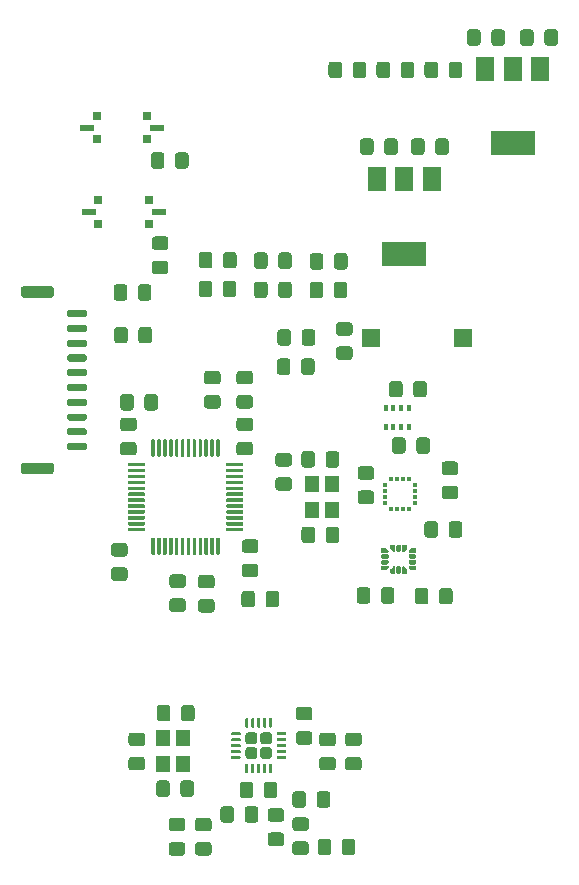
<source format=gtp>
G04 #@! TF.GenerationSoftware,KiCad,Pcbnew,(5.1.6)-1*
G04 #@! TF.CreationDate,2021-10-25T07:34:01+01:00*
G04 #@! TF.ProjectId,Corinthians-Flight-Control-System,436f7269-6e74-4686-9961-6e732d466c69,1*
G04 #@! TF.SameCoordinates,Original*
G04 #@! TF.FileFunction,Paste,Top*
G04 #@! TF.FilePolarity,Positive*
%FSLAX46Y46*%
G04 Gerber Fmt 4.6, Leading zero omitted, Abs format (unit mm)*
G04 Created by KiCad (PCBNEW (5.1.6)-1) date 2021-10-25 07:34:01*
%MOMM*%
%LPD*%
G01*
G04 APERTURE LIST*
%ADD10R,1.200000X1.400000*%
%ADD11R,1.500000X2.000000*%
%ADD12R,3.800000X2.000000*%
%ADD13R,0.450000X0.300000*%
%ADD14R,0.300000X0.450000*%
%ADD15R,0.350000X0.500000*%
%ADD16C,0.100000*%
%ADD17R,0.700000X0.700000*%
%ADD18R,1.200000X0.500000*%
%ADD19R,1.500000X1.500000*%
G04 APERTURE END LIST*
G36*
G01*
X99793380Y-165452940D02*
X99793380Y-166777940D01*
G75*
G02*
X99718380Y-166852940I-75000J0D01*
G01*
X99568380Y-166852940D01*
G75*
G02*
X99493380Y-166777940I0J75000D01*
G01*
X99493380Y-165452940D01*
G75*
G02*
X99568380Y-165377940I75000J0D01*
G01*
X99718380Y-165377940D01*
G75*
G02*
X99793380Y-165452940I0J-75000D01*
G01*
G37*
G36*
G01*
X99293380Y-165452940D02*
X99293380Y-166777940D01*
G75*
G02*
X99218380Y-166852940I-75000J0D01*
G01*
X99068380Y-166852940D01*
G75*
G02*
X98993380Y-166777940I0J75000D01*
G01*
X98993380Y-165452940D01*
G75*
G02*
X99068380Y-165377940I75000J0D01*
G01*
X99218380Y-165377940D01*
G75*
G02*
X99293380Y-165452940I0J-75000D01*
G01*
G37*
G36*
G01*
X98793380Y-165452940D02*
X98793380Y-166777940D01*
G75*
G02*
X98718380Y-166852940I-75000J0D01*
G01*
X98568380Y-166852940D01*
G75*
G02*
X98493380Y-166777940I0J75000D01*
G01*
X98493380Y-165452940D01*
G75*
G02*
X98568380Y-165377940I75000J0D01*
G01*
X98718380Y-165377940D01*
G75*
G02*
X98793380Y-165452940I0J-75000D01*
G01*
G37*
G36*
G01*
X98293380Y-165452940D02*
X98293380Y-166777940D01*
G75*
G02*
X98218380Y-166852940I-75000J0D01*
G01*
X98068380Y-166852940D01*
G75*
G02*
X97993380Y-166777940I0J75000D01*
G01*
X97993380Y-165452940D01*
G75*
G02*
X98068380Y-165377940I75000J0D01*
G01*
X98218380Y-165377940D01*
G75*
G02*
X98293380Y-165452940I0J-75000D01*
G01*
G37*
G36*
G01*
X97793380Y-165452940D02*
X97793380Y-166777940D01*
G75*
G02*
X97718380Y-166852940I-75000J0D01*
G01*
X97568380Y-166852940D01*
G75*
G02*
X97493380Y-166777940I0J75000D01*
G01*
X97493380Y-165452940D01*
G75*
G02*
X97568380Y-165377940I75000J0D01*
G01*
X97718380Y-165377940D01*
G75*
G02*
X97793380Y-165452940I0J-75000D01*
G01*
G37*
G36*
G01*
X97293380Y-165452940D02*
X97293380Y-166777940D01*
G75*
G02*
X97218380Y-166852940I-75000J0D01*
G01*
X97068380Y-166852940D01*
G75*
G02*
X96993380Y-166777940I0J75000D01*
G01*
X96993380Y-165452940D01*
G75*
G02*
X97068380Y-165377940I75000J0D01*
G01*
X97218380Y-165377940D01*
G75*
G02*
X97293380Y-165452940I0J-75000D01*
G01*
G37*
G36*
G01*
X96793380Y-165452940D02*
X96793380Y-166777940D01*
G75*
G02*
X96718380Y-166852940I-75000J0D01*
G01*
X96568380Y-166852940D01*
G75*
G02*
X96493380Y-166777940I0J75000D01*
G01*
X96493380Y-165452940D01*
G75*
G02*
X96568380Y-165377940I75000J0D01*
G01*
X96718380Y-165377940D01*
G75*
G02*
X96793380Y-165452940I0J-75000D01*
G01*
G37*
G36*
G01*
X96293380Y-165452940D02*
X96293380Y-166777940D01*
G75*
G02*
X96218380Y-166852940I-75000J0D01*
G01*
X96068380Y-166852940D01*
G75*
G02*
X95993380Y-166777940I0J75000D01*
G01*
X95993380Y-165452940D01*
G75*
G02*
X96068380Y-165377940I75000J0D01*
G01*
X96218380Y-165377940D01*
G75*
G02*
X96293380Y-165452940I0J-75000D01*
G01*
G37*
G36*
G01*
X95793380Y-165452940D02*
X95793380Y-166777940D01*
G75*
G02*
X95718380Y-166852940I-75000J0D01*
G01*
X95568380Y-166852940D01*
G75*
G02*
X95493380Y-166777940I0J75000D01*
G01*
X95493380Y-165452940D01*
G75*
G02*
X95568380Y-165377940I75000J0D01*
G01*
X95718380Y-165377940D01*
G75*
G02*
X95793380Y-165452940I0J-75000D01*
G01*
G37*
G36*
G01*
X95293380Y-165452940D02*
X95293380Y-166777940D01*
G75*
G02*
X95218380Y-166852940I-75000J0D01*
G01*
X95068380Y-166852940D01*
G75*
G02*
X94993380Y-166777940I0J75000D01*
G01*
X94993380Y-165452940D01*
G75*
G02*
X95068380Y-165377940I75000J0D01*
G01*
X95218380Y-165377940D01*
G75*
G02*
X95293380Y-165452940I0J-75000D01*
G01*
G37*
G36*
G01*
X94793380Y-165452940D02*
X94793380Y-166777940D01*
G75*
G02*
X94718380Y-166852940I-75000J0D01*
G01*
X94568380Y-166852940D01*
G75*
G02*
X94493380Y-166777940I0J75000D01*
G01*
X94493380Y-165452940D01*
G75*
G02*
X94568380Y-165377940I75000J0D01*
G01*
X94718380Y-165377940D01*
G75*
G02*
X94793380Y-165452940I0J-75000D01*
G01*
G37*
G36*
G01*
X94293380Y-165452940D02*
X94293380Y-166777940D01*
G75*
G02*
X94218380Y-166852940I-75000J0D01*
G01*
X94068380Y-166852940D01*
G75*
G02*
X93993380Y-166777940I0J75000D01*
G01*
X93993380Y-165452940D01*
G75*
G02*
X94068380Y-165377940I75000J0D01*
G01*
X94218380Y-165377940D01*
G75*
G02*
X94293380Y-165452940I0J-75000D01*
G01*
G37*
G36*
G01*
X93468380Y-164627940D02*
X93468380Y-164777940D01*
G75*
G02*
X93393380Y-164852940I-75000J0D01*
G01*
X92068380Y-164852940D01*
G75*
G02*
X91993380Y-164777940I0J75000D01*
G01*
X91993380Y-164627940D01*
G75*
G02*
X92068380Y-164552940I75000J0D01*
G01*
X93393380Y-164552940D01*
G75*
G02*
X93468380Y-164627940I0J-75000D01*
G01*
G37*
G36*
G01*
X93468380Y-164127940D02*
X93468380Y-164277940D01*
G75*
G02*
X93393380Y-164352940I-75000J0D01*
G01*
X92068380Y-164352940D01*
G75*
G02*
X91993380Y-164277940I0J75000D01*
G01*
X91993380Y-164127940D01*
G75*
G02*
X92068380Y-164052940I75000J0D01*
G01*
X93393380Y-164052940D01*
G75*
G02*
X93468380Y-164127940I0J-75000D01*
G01*
G37*
G36*
G01*
X93468380Y-163627940D02*
X93468380Y-163777940D01*
G75*
G02*
X93393380Y-163852940I-75000J0D01*
G01*
X92068380Y-163852940D01*
G75*
G02*
X91993380Y-163777940I0J75000D01*
G01*
X91993380Y-163627940D01*
G75*
G02*
X92068380Y-163552940I75000J0D01*
G01*
X93393380Y-163552940D01*
G75*
G02*
X93468380Y-163627940I0J-75000D01*
G01*
G37*
G36*
G01*
X93468380Y-163127940D02*
X93468380Y-163277940D01*
G75*
G02*
X93393380Y-163352940I-75000J0D01*
G01*
X92068380Y-163352940D01*
G75*
G02*
X91993380Y-163277940I0J75000D01*
G01*
X91993380Y-163127940D01*
G75*
G02*
X92068380Y-163052940I75000J0D01*
G01*
X93393380Y-163052940D01*
G75*
G02*
X93468380Y-163127940I0J-75000D01*
G01*
G37*
G36*
G01*
X93468380Y-162627940D02*
X93468380Y-162777940D01*
G75*
G02*
X93393380Y-162852940I-75000J0D01*
G01*
X92068380Y-162852940D01*
G75*
G02*
X91993380Y-162777940I0J75000D01*
G01*
X91993380Y-162627940D01*
G75*
G02*
X92068380Y-162552940I75000J0D01*
G01*
X93393380Y-162552940D01*
G75*
G02*
X93468380Y-162627940I0J-75000D01*
G01*
G37*
G36*
G01*
X93468380Y-162127940D02*
X93468380Y-162277940D01*
G75*
G02*
X93393380Y-162352940I-75000J0D01*
G01*
X92068380Y-162352940D01*
G75*
G02*
X91993380Y-162277940I0J75000D01*
G01*
X91993380Y-162127940D01*
G75*
G02*
X92068380Y-162052940I75000J0D01*
G01*
X93393380Y-162052940D01*
G75*
G02*
X93468380Y-162127940I0J-75000D01*
G01*
G37*
G36*
G01*
X93468380Y-161627940D02*
X93468380Y-161777940D01*
G75*
G02*
X93393380Y-161852940I-75000J0D01*
G01*
X92068380Y-161852940D01*
G75*
G02*
X91993380Y-161777940I0J75000D01*
G01*
X91993380Y-161627940D01*
G75*
G02*
X92068380Y-161552940I75000J0D01*
G01*
X93393380Y-161552940D01*
G75*
G02*
X93468380Y-161627940I0J-75000D01*
G01*
G37*
G36*
G01*
X93468380Y-161127940D02*
X93468380Y-161277940D01*
G75*
G02*
X93393380Y-161352940I-75000J0D01*
G01*
X92068380Y-161352940D01*
G75*
G02*
X91993380Y-161277940I0J75000D01*
G01*
X91993380Y-161127940D01*
G75*
G02*
X92068380Y-161052940I75000J0D01*
G01*
X93393380Y-161052940D01*
G75*
G02*
X93468380Y-161127940I0J-75000D01*
G01*
G37*
G36*
G01*
X93468380Y-160627940D02*
X93468380Y-160777940D01*
G75*
G02*
X93393380Y-160852940I-75000J0D01*
G01*
X92068380Y-160852940D01*
G75*
G02*
X91993380Y-160777940I0J75000D01*
G01*
X91993380Y-160627940D01*
G75*
G02*
X92068380Y-160552940I75000J0D01*
G01*
X93393380Y-160552940D01*
G75*
G02*
X93468380Y-160627940I0J-75000D01*
G01*
G37*
G36*
G01*
X93468380Y-160127940D02*
X93468380Y-160277940D01*
G75*
G02*
X93393380Y-160352940I-75000J0D01*
G01*
X92068380Y-160352940D01*
G75*
G02*
X91993380Y-160277940I0J75000D01*
G01*
X91993380Y-160127940D01*
G75*
G02*
X92068380Y-160052940I75000J0D01*
G01*
X93393380Y-160052940D01*
G75*
G02*
X93468380Y-160127940I0J-75000D01*
G01*
G37*
G36*
G01*
X93468380Y-159627940D02*
X93468380Y-159777940D01*
G75*
G02*
X93393380Y-159852940I-75000J0D01*
G01*
X92068380Y-159852940D01*
G75*
G02*
X91993380Y-159777940I0J75000D01*
G01*
X91993380Y-159627940D01*
G75*
G02*
X92068380Y-159552940I75000J0D01*
G01*
X93393380Y-159552940D01*
G75*
G02*
X93468380Y-159627940I0J-75000D01*
G01*
G37*
G36*
G01*
X93468380Y-159127940D02*
X93468380Y-159277940D01*
G75*
G02*
X93393380Y-159352940I-75000J0D01*
G01*
X92068380Y-159352940D01*
G75*
G02*
X91993380Y-159277940I0J75000D01*
G01*
X91993380Y-159127940D01*
G75*
G02*
X92068380Y-159052940I75000J0D01*
G01*
X93393380Y-159052940D01*
G75*
G02*
X93468380Y-159127940I0J-75000D01*
G01*
G37*
G36*
G01*
X94293380Y-157127940D02*
X94293380Y-158452940D01*
G75*
G02*
X94218380Y-158527940I-75000J0D01*
G01*
X94068380Y-158527940D01*
G75*
G02*
X93993380Y-158452940I0J75000D01*
G01*
X93993380Y-157127940D01*
G75*
G02*
X94068380Y-157052940I75000J0D01*
G01*
X94218380Y-157052940D01*
G75*
G02*
X94293380Y-157127940I0J-75000D01*
G01*
G37*
G36*
G01*
X94793380Y-157127940D02*
X94793380Y-158452940D01*
G75*
G02*
X94718380Y-158527940I-75000J0D01*
G01*
X94568380Y-158527940D01*
G75*
G02*
X94493380Y-158452940I0J75000D01*
G01*
X94493380Y-157127940D01*
G75*
G02*
X94568380Y-157052940I75000J0D01*
G01*
X94718380Y-157052940D01*
G75*
G02*
X94793380Y-157127940I0J-75000D01*
G01*
G37*
G36*
G01*
X95293380Y-157127940D02*
X95293380Y-158452940D01*
G75*
G02*
X95218380Y-158527940I-75000J0D01*
G01*
X95068380Y-158527940D01*
G75*
G02*
X94993380Y-158452940I0J75000D01*
G01*
X94993380Y-157127940D01*
G75*
G02*
X95068380Y-157052940I75000J0D01*
G01*
X95218380Y-157052940D01*
G75*
G02*
X95293380Y-157127940I0J-75000D01*
G01*
G37*
G36*
G01*
X95793380Y-157127940D02*
X95793380Y-158452940D01*
G75*
G02*
X95718380Y-158527940I-75000J0D01*
G01*
X95568380Y-158527940D01*
G75*
G02*
X95493380Y-158452940I0J75000D01*
G01*
X95493380Y-157127940D01*
G75*
G02*
X95568380Y-157052940I75000J0D01*
G01*
X95718380Y-157052940D01*
G75*
G02*
X95793380Y-157127940I0J-75000D01*
G01*
G37*
G36*
G01*
X96293380Y-157127940D02*
X96293380Y-158452940D01*
G75*
G02*
X96218380Y-158527940I-75000J0D01*
G01*
X96068380Y-158527940D01*
G75*
G02*
X95993380Y-158452940I0J75000D01*
G01*
X95993380Y-157127940D01*
G75*
G02*
X96068380Y-157052940I75000J0D01*
G01*
X96218380Y-157052940D01*
G75*
G02*
X96293380Y-157127940I0J-75000D01*
G01*
G37*
G36*
G01*
X96793380Y-157127940D02*
X96793380Y-158452940D01*
G75*
G02*
X96718380Y-158527940I-75000J0D01*
G01*
X96568380Y-158527940D01*
G75*
G02*
X96493380Y-158452940I0J75000D01*
G01*
X96493380Y-157127940D01*
G75*
G02*
X96568380Y-157052940I75000J0D01*
G01*
X96718380Y-157052940D01*
G75*
G02*
X96793380Y-157127940I0J-75000D01*
G01*
G37*
G36*
G01*
X97293380Y-157127940D02*
X97293380Y-158452940D01*
G75*
G02*
X97218380Y-158527940I-75000J0D01*
G01*
X97068380Y-158527940D01*
G75*
G02*
X96993380Y-158452940I0J75000D01*
G01*
X96993380Y-157127940D01*
G75*
G02*
X97068380Y-157052940I75000J0D01*
G01*
X97218380Y-157052940D01*
G75*
G02*
X97293380Y-157127940I0J-75000D01*
G01*
G37*
G36*
G01*
X97793380Y-157127940D02*
X97793380Y-158452940D01*
G75*
G02*
X97718380Y-158527940I-75000J0D01*
G01*
X97568380Y-158527940D01*
G75*
G02*
X97493380Y-158452940I0J75000D01*
G01*
X97493380Y-157127940D01*
G75*
G02*
X97568380Y-157052940I75000J0D01*
G01*
X97718380Y-157052940D01*
G75*
G02*
X97793380Y-157127940I0J-75000D01*
G01*
G37*
G36*
G01*
X98293380Y-157127940D02*
X98293380Y-158452940D01*
G75*
G02*
X98218380Y-158527940I-75000J0D01*
G01*
X98068380Y-158527940D01*
G75*
G02*
X97993380Y-158452940I0J75000D01*
G01*
X97993380Y-157127940D01*
G75*
G02*
X98068380Y-157052940I75000J0D01*
G01*
X98218380Y-157052940D01*
G75*
G02*
X98293380Y-157127940I0J-75000D01*
G01*
G37*
G36*
G01*
X98793380Y-157127940D02*
X98793380Y-158452940D01*
G75*
G02*
X98718380Y-158527940I-75000J0D01*
G01*
X98568380Y-158527940D01*
G75*
G02*
X98493380Y-158452940I0J75000D01*
G01*
X98493380Y-157127940D01*
G75*
G02*
X98568380Y-157052940I75000J0D01*
G01*
X98718380Y-157052940D01*
G75*
G02*
X98793380Y-157127940I0J-75000D01*
G01*
G37*
G36*
G01*
X99293380Y-157127940D02*
X99293380Y-158452940D01*
G75*
G02*
X99218380Y-158527940I-75000J0D01*
G01*
X99068380Y-158527940D01*
G75*
G02*
X98993380Y-158452940I0J75000D01*
G01*
X98993380Y-157127940D01*
G75*
G02*
X99068380Y-157052940I75000J0D01*
G01*
X99218380Y-157052940D01*
G75*
G02*
X99293380Y-157127940I0J-75000D01*
G01*
G37*
G36*
G01*
X99793380Y-157127940D02*
X99793380Y-158452940D01*
G75*
G02*
X99718380Y-158527940I-75000J0D01*
G01*
X99568380Y-158527940D01*
G75*
G02*
X99493380Y-158452940I0J75000D01*
G01*
X99493380Y-157127940D01*
G75*
G02*
X99568380Y-157052940I75000J0D01*
G01*
X99718380Y-157052940D01*
G75*
G02*
X99793380Y-157127940I0J-75000D01*
G01*
G37*
G36*
G01*
X101793380Y-159127940D02*
X101793380Y-159277940D01*
G75*
G02*
X101718380Y-159352940I-75000J0D01*
G01*
X100393380Y-159352940D01*
G75*
G02*
X100318380Y-159277940I0J75000D01*
G01*
X100318380Y-159127940D01*
G75*
G02*
X100393380Y-159052940I75000J0D01*
G01*
X101718380Y-159052940D01*
G75*
G02*
X101793380Y-159127940I0J-75000D01*
G01*
G37*
G36*
G01*
X101793380Y-159627940D02*
X101793380Y-159777940D01*
G75*
G02*
X101718380Y-159852940I-75000J0D01*
G01*
X100393380Y-159852940D01*
G75*
G02*
X100318380Y-159777940I0J75000D01*
G01*
X100318380Y-159627940D01*
G75*
G02*
X100393380Y-159552940I75000J0D01*
G01*
X101718380Y-159552940D01*
G75*
G02*
X101793380Y-159627940I0J-75000D01*
G01*
G37*
G36*
G01*
X101793380Y-160127940D02*
X101793380Y-160277940D01*
G75*
G02*
X101718380Y-160352940I-75000J0D01*
G01*
X100393380Y-160352940D01*
G75*
G02*
X100318380Y-160277940I0J75000D01*
G01*
X100318380Y-160127940D01*
G75*
G02*
X100393380Y-160052940I75000J0D01*
G01*
X101718380Y-160052940D01*
G75*
G02*
X101793380Y-160127940I0J-75000D01*
G01*
G37*
G36*
G01*
X101793380Y-160627940D02*
X101793380Y-160777940D01*
G75*
G02*
X101718380Y-160852940I-75000J0D01*
G01*
X100393380Y-160852940D01*
G75*
G02*
X100318380Y-160777940I0J75000D01*
G01*
X100318380Y-160627940D01*
G75*
G02*
X100393380Y-160552940I75000J0D01*
G01*
X101718380Y-160552940D01*
G75*
G02*
X101793380Y-160627940I0J-75000D01*
G01*
G37*
G36*
G01*
X101793380Y-161127940D02*
X101793380Y-161277940D01*
G75*
G02*
X101718380Y-161352940I-75000J0D01*
G01*
X100393380Y-161352940D01*
G75*
G02*
X100318380Y-161277940I0J75000D01*
G01*
X100318380Y-161127940D01*
G75*
G02*
X100393380Y-161052940I75000J0D01*
G01*
X101718380Y-161052940D01*
G75*
G02*
X101793380Y-161127940I0J-75000D01*
G01*
G37*
G36*
G01*
X101793380Y-161627940D02*
X101793380Y-161777940D01*
G75*
G02*
X101718380Y-161852940I-75000J0D01*
G01*
X100393380Y-161852940D01*
G75*
G02*
X100318380Y-161777940I0J75000D01*
G01*
X100318380Y-161627940D01*
G75*
G02*
X100393380Y-161552940I75000J0D01*
G01*
X101718380Y-161552940D01*
G75*
G02*
X101793380Y-161627940I0J-75000D01*
G01*
G37*
G36*
G01*
X101793380Y-162127940D02*
X101793380Y-162277940D01*
G75*
G02*
X101718380Y-162352940I-75000J0D01*
G01*
X100393380Y-162352940D01*
G75*
G02*
X100318380Y-162277940I0J75000D01*
G01*
X100318380Y-162127940D01*
G75*
G02*
X100393380Y-162052940I75000J0D01*
G01*
X101718380Y-162052940D01*
G75*
G02*
X101793380Y-162127940I0J-75000D01*
G01*
G37*
G36*
G01*
X101793380Y-162627940D02*
X101793380Y-162777940D01*
G75*
G02*
X101718380Y-162852940I-75000J0D01*
G01*
X100393380Y-162852940D01*
G75*
G02*
X100318380Y-162777940I0J75000D01*
G01*
X100318380Y-162627940D01*
G75*
G02*
X100393380Y-162552940I75000J0D01*
G01*
X101718380Y-162552940D01*
G75*
G02*
X101793380Y-162627940I0J-75000D01*
G01*
G37*
G36*
G01*
X101793380Y-163127940D02*
X101793380Y-163277940D01*
G75*
G02*
X101718380Y-163352940I-75000J0D01*
G01*
X100393380Y-163352940D01*
G75*
G02*
X100318380Y-163277940I0J75000D01*
G01*
X100318380Y-163127940D01*
G75*
G02*
X100393380Y-163052940I75000J0D01*
G01*
X101718380Y-163052940D01*
G75*
G02*
X101793380Y-163127940I0J-75000D01*
G01*
G37*
G36*
G01*
X101793380Y-163627940D02*
X101793380Y-163777940D01*
G75*
G02*
X101718380Y-163852940I-75000J0D01*
G01*
X100393380Y-163852940D01*
G75*
G02*
X100318380Y-163777940I0J75000D01*
G01*
X100318380Y-163627940D01*
G75*
G02*
X100393380Y-163552940I75000J0D01*
G01*
X101718380Y-163552940D01*
G75*
G02*
X101793380Y-163627940I0J-75000D01*
G01*
G37*
G36*
G01*
X101793380Y-164127940D02*
X101793380Y-164277940D01*
G75*
G02*
X101718380Y-164352940I-75000J0D01*
G01*
X100393380Y-164352940D01*
G75*
G02*
X100318380Y-164277940I0J75000D01*
G01*
X100318380Y-164127940D01*
G75*
G02*
X100393380Y-164052940I75000J0D01*
G01*
X101718380Y-164052940D01*
G75*
G02*
X101793380Y-164127940I0J-75000D01*
G01*
G37*
G36*
G01*
X101793380Y-164627940D02*
X101793380Y-164777940D01*
G75*
G02*
X101718380Y-164852940I-75000J0D01*
G01*
X100393380Y-164852940D01*
G75*
G02*
X100318380Y-164777940I0J75000D01*
G01*
X100318380Y-164627940D01*
G75*
G02*
X100393380Y-164552940I75000J0D01*
G01*
X101718380Y-164552940D01*
G75*
G02*
X101793380Y-164627940I0J-75000D01*
G01*
G37*
G36*
G01*
X108755600Y-165600801D02*
X108755600Y-164700799D01*
G75*
G02*
X109005599Y-164450800I249999J0D01*
G01*
X109655601Y-164450800D01*
G75*
G02*
X109905600Y-164700799I0J-249999D01*
G01*
X109905600Y-165600801D01*
G75*
G02*
X109655601Y-165850800I-249999J0D01*
G01*
X109005599Y-165850800D01*
G75*
G02*
X108755600Y-165600801I0J249999D01*
G01*
G37*
G36*
G01*
X106705600Y-165600801D02*
X106705600Y-164700799D01*
G75*
G02*
X106955599Y-164450800I249999J0D01*
G01*
X107605601Y-164450800D01*
G75*
G02*
X107855600Y-164700799I0J-249999D01*
G01*
X107855600Y-165600801D01*
G75*
G02*
X107605601Y-165850800I-249999J0D01*
G01*
X106955599Y-165850800D01*
G75*
G02*
X106705600Y-165600801I0J249999D01*
G01*
G37*
D10*
X96709600Y-182338800D03*
X96709600Y-184538800D03*
X95009600Y-184538800D03*
X95009600Y-182338800D03*
X107608000Y-163050400D03*
X107608000Y-160850400D03*
X109308000Y-160850400D03*
X109308000Y-163050400D03*
G36*
G01*
X95104800Y-133001599D02*
X95104800Y-133901601D01*
G75*
G02*
X94854801Y-134151600I-249999J0D01*
G01*
X94204799Y-134151600D01*
G75*
G02*
X93954800Y-133901601I0J249999D01*
G01*
X93954800Y-133001599D01*
G75*
G02*
X94204799Y-132751600I249999J0D01*
G01*
X94854801Y-132751600D01*
G75*
G02*
X95104800Y-133001599I0J-249999D01*
G01*
G37*
G36*
G01*
X97154800Y-133001599D02*
X97154800Y-133901601D01*
G75*
G02*
X96904801Y-134151600I-249999J0D01*
G01*
X96254799Y-134151600D01*
G75*
G02*
X96004800Y-133901601I0J249999D01*
G01*
X96004800Y-133001599D01*
G75*
G02*
X96254799Y-132751600I249999J0D01*
G01*
X96904801Y-132751600D01*
G75*
G02*
X97154800Y-133001599I0J-249999D01*
G01*
G37*
G36*
G01*
X92906000Y-148684401D02*
X92906000Y-147784399D01*
G75*
G02*
X93155999Y-147534400I249999J0D01*
G01*
X93806001Y-147534400D01*
G75*
G02*
X94056000Y-147784399I0J-249999D01*
G01*
X94056000Y-148684401D01*
G75*
G02*
X93806001Y-148934400I-249999J0D01*
G01*
X93155999Y-148934400D01*
G75*
G02*
X92906000Y-148684401I0J249999D01*
G01*
G37*
G36*
G01*
X90856000Y-148684401D02*
X90856000Y-147784399D01*
G75*
G02*
X91105999Y-147534400I249999J0D01*
G01*
X91756001Y-147534400D01*
G75*
G02*
X92006000Y-147784399I0J-249999D01*
G01*
X92006000Y-148684401D01*
G75*
G02*
X91756001Y-148934400I-249999J0D01*
G01*
X91105999Y-148934400D01*
G75*
G02*
X90856000Y-148684401I0J249999D01*
G01*
G37*
G36*
G01*
X105656801Y-159366800D02*
X104756799Y-159366800D01*
G75*
G02*
X104506800Y-159116801I0J249999D01*
G01*
X104506800Y-158466799D01*
G75*
G02*
X104756799Y-158216800I249999J0D01*
G01*
X105656801Y-158216800D01*
G75*
G02*
X105906800Y-158466799I0J-249999D01*
G01*
X105906800Y-159116801D01*
G75*
G02*
X105656801Y-159366800I-249999J0D01*
G01*
G37*
G36*
G01*
X105656801Y-161416800D02*
X104756799Y-161416800D01*
G75*
G02*
X104506800Y-161166801I0J249999D01*
G01*
X104506800Y-160516799D01*
G75*
G02*
X104756799Y-160266800I249999J0D01*
G01*
X105656801Y-160266800D01*
G75*
G02*
X105906800Y-160516799I0J-249999D01*
G01*
X105906800Y-161166801D01*
G75*
G02*
X105656801Y-161416800I-249999J0D01*
G01*
G37*
G36*
G01*
X100041000Y-144772801D02*
X100041000Y-143872799D01*
G75*
G02*
X100290999Y-143622800I249999J0D01*
G01*
X100941001Y-143622800D01*
G75*
G02*
X101191000Y-143872799I0J-249999D01*
G01*
X101191000Y-144772801D01*
G75*
G02*
X100941001Y-145022800I-249999J0D01*
G01*
X100290999Y-145022800D01*
G75*
G02*
X100041000Y-144772801I0J249999D01*
G01*
G37*
G36*
G01*
X97991000Y-144772801D02*
X97991000Y-143872799D01*
G75*
G02*
X98240999Y-143622800I249999J0D01*
G01*
X98891001Y-143622800D01*
G75*
G02*
X99141000Y-143872799I0J-249999D01*
G01*
X99141000Y-144772801D01*
G75*
G02*
X98891001Y-145022800I-249999J0D01*
G01*
X98240999Y-145022800D01*
G75*
G02*
X97991000Y-144772801I0J249999D01*
G01*
G37*
G36*
G01*
X104740000Y-144849001D02*
X104740000Y-143948999D01*
G75*
G02*
X104989999Y-143699000I249999J0D01*
G01*
X105640001Y-143699000D01*
G75*
G02*
X105890000Y-143948999I0J-249999D01*
G01*
X105890000Y-144849001D01*
G75*
G02*
X105640001Y-145099000I-249999J0D01*
G01*
X104989999Y-145099000D01*
G75*
G02*
X104740000Y-144849001I0J249999D01*
G01*
G37*
G36*
G01*
X102690000Y-144849001D02*
X102690000Y-143948999D01*
G75*
G02*
X102939999Y-143699000I249999J0D01*
G01*
X103590001Y-143699000D01*
G75*
G02*
X103840000Y-143948999I0J-249999D01*
G01*
X103840000Y-144849001D01*
G75*
G02*
X103590001Y-145099000I-249999J0D01*
G01*
X102939999Y-145099000D01*
G75*
G02*
X102690000Y-144849001I0J249999D01*
G01*
G37*
G36*
G01*
X106672800Y-151351401D02*
X106672800Y-150451399D01*
G75*
G02*
X106922799Y-150201400I249999J0D01*
G01*
X107572801Y-150201400D01*
G75*
G02*
X107822800Y-150451399I0J-249999D01*
G01*
X107822800Y-151351401D01*
G75*
G02*
X107572801Y-151601400I-249999J0D01*
G01*
X106922799Y-151601400D01*
G75*
G02*
X106672800Y-151351401I0J249999D01*
G01*
G37*
G36*
G01*
X104622800Y-151351401D02*
X104622800Y-150451399D01*
G75*
G02*
X104872799Y-150201400I249999J0D01*
G01*
X105522801Y-150201400D01*
G75*
G02*
X105772800Y-150451399I0J-249999D01*
G01*
X105772800Y-151351401D01*
G75*
G02*
X105522801Y-151601400I-249999J0D01*
G01*
X104872799Y-151601400D01*
G75*
G02*
X104622800Y-151351401I0J249999D01*
G01*
G37*
G36*
G01*
X109439000Y-144874401D02*
X109439000Y-143974399D01*
G75*
G02*
X109688999Y-143724400I249999J0D01*
G01*
X110339001Y-143724400D01*
G75*
G02*
X110589000Y-143974399I0J-249999D01*
G01*
X110589000Y-144874401D01*
G75*
G02*
X110339001Y-145124400I-249999J0D01*
G01*
X109688999Y-145124400D01*
G75*
G02*
X109439000Y-144874401I0J249999D01*
G01*
G37*
G36*
G01*
X107389000Y-144874401D02*
X107389000Y-143974399D01*
G75*
G02*
X107638999Y-143724400I249999J0D01*
G01*
X108289001Y-143724400D01*
G75*
G02*
X108539000Y-143974399I0J-249999D01*
G01*
X108539000Y-144874401D01*
G75*
G02*
X108289001Y-145124400I-249999J0D01*
G01*
X107638999Y-145124400D01*
G75*
G02*
X107389000Y-144874401I0J249999D01*
G01*
G37*
G36*
G01*
X96665201Y-169628400D02*
X95765199Y-169628400D01*
G75*
G02*
X95515200Y-169378401I0J249999D01*
G01*
X95515200Y-168728399D01*
G75*
G02*
X95765199Y-168478400I249999J0D01*
G01*
X96665201Y-168478400D01*
G75*
G02*
X96915200Y-168728399I0J-249999D01*
G01*
X96915200Y-169378401D01*
G75*
G02*
X96665201Y-169628400I-249999J0D01*
G01*
G37*
G36*
G01*
X96665201Y-171678400D02*
X95765199Y-171678400D01*
G75*
G02*
X95515200Y-171428401I0J249999D01*
G01*
X95515200Y-170778399D01*
G75*
G02*
X95765199Y-170528400I249999J0D01*
G01*
X96665201Y-170528400D01*
G75*
G02*
X96915200Y-170778399I0J-249999D01*
G01*
X96915200Y-171428401D01*
G75*
G02*
X96665201Y-171678400I-249999J0D01*
G01*
G37*
G36*
G01*
X99103601Y-169679200D02*
X98203599Y-169679200D01*
G75*
G02*
X97953600Y-169429201I0J249999D01*
G01*
X97953600Y-168779199D01*
G75*
G02*
X98203599Y-168529200I249999J0D01*
G01*
X99103601Y-168529200D01*
G75*
G02*
X99353600Y-168779199I0J-249999D01*
G01*
X99353600Y-169429201D01*
G75*
G02*
X99103601Y-169679200I-249999J0D01*
G01*
G37*
G36*
G01*
X99103601Y-171729200D02*
X98203599Y-171729200D01*
G75*
G02*
X97953600Y-171479201I0J249999D01*
G01*
X97953600Y-170829199D01*
G75*
G02*
X98203599Y-170579200I249999J0D01*
G01*
X99103601Y-170579200D01*
G75*
G02*
X99353600Y-170829199I0J-249999D01*
G01*
X99353600Y-171479201D01*
G75*
G02*
X99103601Y-171729200I-249999J0D01*
G01*
G37*
G36*
G01*
X95192001Y-141028000D02*
X94291999Y-141028000D01*
G75*
G02*
X94042000Y-140778001I0J249999D01*
G01*
X94042000Y-140127999D01*
G75*
G02*
X94291999Y-139878000I249999J0D01*
G01*
X95192001Y-139878000D01*
G75*
G02*
X95442000Y-140127999I0J-249999D01*
G01*
X95442000Y-140778001D01*
G75*
G02*
X95192001Y-141028000I-249999J0D01*
G01*
G37*
G36*
G01*
X95192001Y-143078000D02*
X94291999Y-143078000D01*
G75*
G02*
X94042000Y-142828001I0J249999D01*
G01*
X94042000Y-142177999D01*
G75*
G02*
X94291999Y-141928000I249999J0D01*
G01*
X95192001Y-141928000D01*
G75*
G02*
X95442000Y-142177999I0J-249999D01*
G01*
X95442000Y-142828001D01*
G75*
G02*
X95192001Y-143078000I-249999J0D01*
G01*
G37*
G36*
G01*
X107993600Y-188003601D02*
X107993600Y-187103599D01*
G75*
G02*
X108243599Y-186853600I249999J0D01*
G01*
X108893601Y-186853600D01*
G75*
G02*
X109143600Y-187103599I0J-249999D01*
G01*
X109143600Y-188003601D01*
G75*
G02*
X108893601Y-188253600I-249999J0D01*
G01*
X108243599Y-188253600D01*
G75*
G02*
X107993600Y-188003601I0J249999D01*
G01*
G37*
G36*
G01*
X105943600Y-188003601D02*
X105943600Y-187103599D01*
G75*
G02*
X106193599Y-186853600I249999J0D01*
G01*
X106843601Y-186853600D01*
G75*
G02*
X107093600Y-187103599I0J-249999D01*
G01*
X107093600Y-188003601D01*
G75*
G02*
X106843601Y-188253600I-249999J0D01*
G01*
X106193599Y-188253600D01*
G75*
G02*
X105943600Y-188003601I0J249999D01*
G01*
G37*
G36*
G01*
X93210801Y-183039600D02*
X92310799Y-183039600D01*
G75*
G02*
X92060800Y-182789601I0J249999D01*
G01*
X92060800Y-182139599D01*
G75*
G02*
X92310799Y-181889600I249999J0D01*
G01*
X93210801Y-181889600D01*
G75*
G02*
X93460800Y-182139599I0J-249999D01*
G01*
X93460800Y-182789601D01*
G75*
G02*
X93210801Y-183039600I-249999J0D01*
G01*
G37*
G36*
G01*
X93210801Y-185089600D02*
X92310799Y-185089600D01*
G75*
G02*
X92060800Y-184839601I0J249999D01*
G01*
X92060800Y-184189599D01*
G75*
G02*
X92310799Y-183939600I249999J0D01*
G01*
X93210801Y-183939600D01*
G75*
G02*
X93460800Y-184189599I0J-249999D01*
G01*
X93460800Y-184839601D01*
G75*
G02*
X93210801Y-185089600I-249999J0D01*
G01*
G37*
G36*
G01*
X101454799Y-157269600D02*
X102354801Y-157269600D01*
G75*
G02*
X102604800Y-157519599I0J-249999D01*
G01*
X102604800Y-158169601D01*
G75*
G02*
X102354801Y-158419600I-249999J0D01*
G01*
X101454799Y-158419600D01*
G75*
G02*
X101204800Y-158169601I0J249999D01*
G01*
X101204800Y-157519599D01*
G75*
G02*
X101454799Y-157269600I249999J0D01*
G01*
G37*
G36*
G01*
X101454799Y-155219600D02*
X102354801Y-155219600D01*
G75*
G02*
X102604800Y-155469599I0J-249999D01*
G01*
X102604800Y-156119601D01*
G75*
G02*
X102354801Y-156369600I-249999J0D01*
G01*
X101454799Y-156369600D01*
G75*
G02*
X101204800Y-156119601I0J249999D01*
G01*
X101204800Y-155469599D01*
G75*
G02*
X101454799Y-155219600I249999J0D01*
G01*
G37*
G36*
G01*
X104096399Y-190340400D02*
X104996401Y-190340400D01*
G75*
G02*
X105246400Y-190590399I0J-249999D01*
G01*
X105246400Y-191240401D01*
G75*
G02*
X104996401Y-191490400I-249999J0D01*
G01*
X104096399Y-191490400D01*
G75*
G02*
X103846400Y-191240401I0J249999D01*
G01*
X103846400Y-190590399D01*
G75*
G02*
X104096399Y-190340400I249999J0D01*
G01*
G37*
G36*
G01*
X104096399Y-188290400D02*
X104996401Y-188290400D01*
G75*
G02*
X105246400Y-188540399I0J-249999D01*
G01*
X105246400Y-189190401D01*
G75*
G02*
X104996401Y-189440400I-249999J0D01*
G01*
X104096399Y-189440400D01*
G75*
G02*
X103846400Y-189190401I0J249999D01*
G01*
X103846400Y-188540399D01*
G75*
G02*
X104096399Y-188290400I249999J0D01*
G01*
G37*
G36*
G01*
X100997600Y-188373599D02*
X100997600Y-189273601D01*
G75*
G02*
X100747601Y-189523600I-249999J0D01*
G01*
X100097599Y-189523600D01*
G75*
G02*
X99847600Y-189273601I0J249999D01*
G01*
X99847600Y-188373599D01*
G75*
G02*
X100097599Y-188123600I249999J0D01*
G01*
X100747601Y-188123600D01*
G75*
G02*
X100997600Y-188373599I0J-249999D01*
G01*
G37*
G36*
G01*
X103047600Y-188373599D02*
X103047600Y-189273601D01*
G75*
G02*
X102797601Y-189523600I-249999J0D01*
G01*
X102147599Y-189523600D01*
G75*
G02*
X101897600Y-189273601I0J249999D01*
G01*
X101897600Y-188373599D01*
G75*
G02*
X102147599Y-188123600I249999J0D01*
G01*
X102797601Y-188123600D01*
G75*
G02*
X103047600Y-188373599I0J-249999D01*
G01*
G37*
G36*
G01*
X103523200Y-187190801D02*
X103523200Y-186290799D01*
G75*
G02*
X103773199Y-186040800I249999J0D01*
G01*
X104423201Y-186040800D01*
G75*
G02*
X104673200Y-186290799I0J-249999D01*
G01*
X104673200Y-187190801D01*
G75*
G02*
X104423201Y-187440800I-249999J0D01*
G01*
X103773199Y-187440800D01*
G75*
G02*
X103523200Y-187190801I0J249999D01*
G01*
G37*
G36*
G01*
X101473200Y-187190801D02*
X101473200Y-186290799D01*
G75*
G02*
X101723199Y-186040800I249999J0D01*
G01*
X102373201Y-186040800D01*
G75*
G02*
X102623200Y-186290799I0J-249999D01*
G01*
X102623200Y-187190801D01*
G75*
G02*
X102373201Y-187440800I-249999J0D01*
G01*
X101723199Y-187440800D01*
G75*
G02*
X101473200Y-187190801I0J249999D01*
G01*
G37*
G36*
G01*
X119169600Y-126230801D02*
X119169600Y-125330799D01*
G75*
G02*
X119419599Y-125080800I249999J0D01*
G01*
X120069601Y-125080800D01*
G75*
G02*
X120319600Y-125330799I0J-249999D01*
G01*
X120319600Y-126230801D01*
G75*
G02*
X120069601Y-126480800I-249999J0D01*
G01*
X119419599Y-126480800D01*
G75*
G02*
X119169600Y-126230801I0J249999D01*
G01*
G37*
G36*
G01*
X117119600Y-126230801D02*
X117119600Y-125330799D01*
G75*
G02*
X117369599Y-125080800I249999J0D01*
G01*
X118019601Y-125080800D01*
G75*
G02*
X118269600Y-125330799I0J-249999D01*
G01*
X118269600Y-126230801D01*
G75*
G02*
X118019601Y-126480800I-249999J0D01*
G01*
X117369599Y-126480800D01*
G75*
G02*
X117119600Y-126230801I0J249999D01*
G01*
G37*
G36*
G01*
X115105600Y-126230801D02*
X115105600Y-125330799D01*
G75*
G02*
X115355599Y-125080800I249999J0D01*
G01*
X116005601Y-125080800D01*
G75*
G02*
X116255600Y-125330799I0J-249999D01*
G01*
X116255600Y-126230801D01*
G75*
G02*
X116005601Y-126480800I-249999J0D01*
G01*
X115355599Y-126480800D01*
G75*
G02*
X115105600Y-126230801I0J249999D01*
G01*
G37*
G36*
G01*
X113055600Y-126230801D02*
X113055600Y-125330799D01*
G75*
G02*
X113305599Y-125080800I249999J0D01*
G01*
X113955601Y-125080800D01*
G75*
G02*
X114205600Y-125330799I0J-249999D01*
G01*
X114205600Y-126230801D01*
G75*
G02*
X113955601Y-126480800I-249999J0D01*
G01*
X113305599Y-126480800D01*
G75*
G02*
X113055600Y-126230801I0J249999D01*
G01*
G37*
G36*
G01*
X110141600Y-125330799D02*
X110141600Y-126230801D01*
G75*
G02*
X109891601Y-126480800I-249999J0D01*
G01*
X109241599Y-126480800D01*
G75*
G02*
X108991600Y-126230801I0J249999D01*
G01*
X108991600Y-125330799D01*
G75*
G02*
X109241599Y-125080800I249999J0D01*
G01*
X109891601Y-125080800D01*
G75*
G02*
X110141600Y-125330799I0J-249999D01*
G01*
G37*
G36*
G01*
X112191600Y-125330799D02*
X112191600Y-126230801D01*
G75*
G02*
X111941601Y-126480800I-249999J0D01*
G01*
X111291599Y-126480800D01*
G75*
G02*
X111041600Y-126230801I0J249999D01*
G01*
X111041600Y-125330799D01*
G75*
G02*
X111291599Y-125080800I249999J0D01*
G01*
X111941601Y-125080800D01*
G75*
G02*
X112191600Y-125330799I0J-249999D01*
G01*
G37*
G36*
G01*
X92855200Y-145077601D02*
X92855200Y-144177599D01*
G75*
G02*
X93105199Y-143927600I249999J0D01*
G01*
X93755201Y-143927600D01*
G75*
G02*
X94005200Y-144177599I0J-249999D01*
G01*
X94005200Y-145077601D01*
G75*
G02*
X93755201Y-145327600I-249999J0D01*
G01*
X93105199Y-145327600D01*
G75*
G02*
X92855200Y-145077601I0J249999D01*
G01*
G37*
G36*
G01*
X90805200Y-145077601D02*
X90805200Y-144177599D01*
G75*
G02*
X91055199Y-143927600I249999J0D01*
G01*
X91705201Y-143927600D01*
G75*
G02*
X91955200Y-144177599I0J-249999D01*
G01*
X91955200Y-145077601D01*
G75*
G02*
X91705201Y-145327600I-249999J0D01*
G01*
X91055199Y-145327600D01*
G75*
G02*
X90805200Y-145077601I0J249999D01*
G01*
G37*
G36*
G01*
X100068800Y-142334401D02*
X100068800Y-141434399D01*
G75*
G02*
X100318799Y-141184400I249999J0D01*
G01*
X100968801Y-141184400D01*
G75*
G02*
X101218800Y-141434399I0J-249999D01*
G01*
X101218800Y-142334401D01*
G75*
G02*
X100968801Y-142584400I-249999J0D01*
G01*
X100318799Y-142584400D01*
G75*
G02*
X100068800Y-142334401I0J249999D01*
G01*
G37*
G36*
G01*
X98018800Y-142334401D02*
X98018800Y-141434399D01*
G75*
G02*
X98268799Y-141184400I249999J0D01*
G01*
X98918801Y-141184400D01*
G75*
G02*
X99168800Y-141434399I0J-249999D01*
G01*
X99168800Y-142334401D01*
G75*
G02*
X98918801Y-142584400I-249999J0D01*
G01*
X98268799Y-142584400D01*
G75*
G02*
X98018800Y-142334401I0J249999D01*
G01*
G37*
G36*
G01*
X104742400Y-142385201D02*
X104742400Y-141485199D01*
G75*
G02*
X104992399Y-141235200I249999J0D01*
G01*
X105642401Y-141235200D01*
G75*
G02*
X105892400Y-141485199I0J-249999D01*
G01*
X105892400Y-142385201D01*
G75*
G02*
X105642401Y-142635200I-249999J0D01*
G01*
X104992399Y-142635200D01*
G75*
G02*
X104742400Y-142385201I0J249999D01*
G01*
G37*
G36*
G01*
X102692400Y-142385201D02*
X102692400Y-141485199D01*
G75*
G02*
X102942399Y-141235200I249999J0D01*
G01*
X103592401Y-141235200D01*
G75*
G02*
X103842400Y-141485199I0J-249999D01*
G01*
X103842400Y-142385201D01*
G75*
G02*
X103592401Y-142635200I-249999J0D01*
G01*
X102942399Y-142635200D01*
G75*
G02*
X102692400Y-142385201I0J249999D01*
G01*
G37*
G36*
G01*
X106723600Y-148887601D02*
X106723600Y-147987599D01*
G75*
G02*
X106973599Y-147737600I249999J0D01*
G01*
X107623601Y-147737600D01*
G75*
G02*
X107873600Y-147987599I0J-249999D01*
G01*
X107873600Y-148887601D01*
G75*
G02*
X107623601Y-149137600I-249999J0D01*
G01*
X106973599Y-149137600D01*
G75*
G02*
X106723600Y-148887601I0J249999D01*
G01*
G37*
G36*
G01*
X104673600Y-148887601D02*
X104673600Y-147987599D01*
G75*
G02*
X104923599Y-147737600I249999J0D01*
G01*
X105573601Y-147737600D01*
G75*
G02*
X105823600Y-147987599I0J-249999D01*
G01*
X105823600Y-148887601D01*
G75*
G02*
X105573601Y-149137600I-249999J0D01*
G01*
X104923599Y-149137600D01*
G75*
G02*
X104673600Y-148887601I0J249999D01*
G01*
G37*
G36*
G01*
X109466800Y-142436001D02*
X109466800Y-141535999D01*
G75*
G02*
X109716799Y-141286000I249999J0D01*
G01*
X110366801Y-141286000D01*
G75*
G02*
X110616800Y-141535999I0J-249999D01*
G01*
X110616800Y-142436001D01*
G75*
G02*
X110366801Y-142686000I-249999J0D01*
G01*
X109716799Y-142686000D01*
G75*
G02*
X109466800Y-142436001I0J249999D01*
G01*
G37*
G36*
G01*
X107416800Y-142436001D02*
X107416800Y-141535999D01*
G75*
G02*
X107666799Y-141286000I249999J0D01*
G01*
X108316801Y-141286000D01*
G75*
G02*
X108566800Y-141535999I0J-249999D01*
G01*
X108566800Y-142436001D01*
G75*
G02*
X108316801Y-142686000I-249999J0D01*
G01*
X107666799Y-142686000D01*
G75*
G02*
X107416800Y-142436001I0J249999D01*
G01*
G37*
G36*
G01*
X110787601Y-148292400D02*
X109887599Y-148292400D01*
G75*
G02*
X109637600Y-148042401I0J249999D01*
G01*
X109637600Y-147392399D01*
G75*
G02*
X109887599Y-147142400I249999J0D01*
G01*
X110787601Y-147142400D01*
G75*
G02*
X111037600Y-147392399I0J-249999D01*
G01*
X111037600Y-148042401D01*
G75*
G02*
X110787601Y-148292400I-249999J0D01*
G01*
G37*
G36*
G01*
X110787601Y-150342400D02*
X109887599Y-150342400D01*
G75*
G02*
X109637600Y-150092401I0J249999D01*
G01*
X109637600Y-149442399D01*
G75*
G02*
X109887599Y-149192400I249999J0D01*
G01*
X110787601Y-149192400D01*
G75*
G02*
X111037600Y-149442399I0J-249999D01*
G01*
X111037600Y-150092401D01*
G75*
G02*
X110787601Y-150342400I-249999J0D01*
G01*
G37*
G36*
G01*
X102354801Y-152407200D02*
X101454799Y-152407200D01*
G75*
G02*
X101204800Y-152157201I0J249999D01*
G01*
X101204800Y-151507199D01*
G75*
G02*
X101454799Y-151257200I249999J0D01*
G01*
X102354801Y-151257200D01*
G75*
G02*
X102604800Y-151507199I0J-249999D01*
G01*
X102604800Y-152157201D01*
G75*
G02*
X102354801Y-152407200I-249999J0D01*
G01*
G37*
G36*
G01*
X102354801Y-154457200D02*
X101454799Y-154457200D01*
G75*
G02*
X101204800Y-154207201I0J249999D01*
G01*
X101204800Y-153557199D01*
G75*
G02*
X101454799Y-153307200I249999J0D01*
G01*
X102354801Y-153307200D01*
G75*
G02*
X102604800Y-153557199I0J-249999D01*
G01*
X102604800Y-154207201D01*
G75*
G02*
X102354801Y-154457200I-249999J0D01*
G01*
G37*
G36*
G01*
X99611601Y-152407200D02*
X98711599Y-152407200D01*
G75*
G02*
X98461600Y-152157201I0J249999D01*
G01*
X98461600Y-151507199D01*
G75*
G02*
X98711599Y-151257200I249999J0D01*
G01*
X99611601Y-151257200D01*
G75*
G02*
X99861600Y-151507199I0J-249999D01*
G01*
X99861600Y-152157201D01*
G75*
G02*
X99611601Y-152407200I-249999J0D01*
G01*
G37*
G36*
G01*
X99611601Y-154457200D02*
X98711599Y-154457200D01*
G75*
G02*
X98461600Y-154207201I0J249999D01*
G01*
X98461600Y-153557199D01*
G75*
G02*
X98711599Y-153307200I249999J0D01*
G01*
X99611601Y-153307200D01*
G75*
G02*
X99861600Y-153557199I0J-249999D01*
G01*
X99861600Y-154207201D01*
G75*
G02*
X99611601Y-154457200I-249999J0D01*
G01*
G37*
G36*
G01*
X107855600Y-158299999D02*
X107855600Y-159200001D01*
G75*
G02*
X107605601Y-159450000I-249999J0D01*
G01*
X106955599Y-159450000D01*
G75*
G02*
X106705600Y-159200001I0J249999D01*
G01*
X106705600Y-158299999D01*
G75*
G02*
X106955599Y-158050000I249999J0D01*
G01*
X107605601Y-158050000D01*
G75*
G02*
X107855600Y-158299999I0J-249999D01*
G01*
G37*
G36*
G01*
X109905600Y-158299999D02*
X109905600Y-159200001D01*
G75*
G02*
X109655601Y-159450000I-249999J0D01*
G01*
X109005599Y-159450000D01*
G75*
G02*
X108755600Y-159200001I0J249999D01*
G01*
X108755600Y-158299999D01*
G75*
G02*
X109005599Y-158050000I249999J0D01*
G01*
X109655601Y-158050000D01*
G75*
G02*
X109905600Y-158299999I0J-249999D01*
G01*
G37*
G36*
G01*
X91737601Y-166986800D02*
X90837599Y-166986800D01*
G75*
G02*
X90587600Y-166736801I0J249999D01*
G01*
X90587600Y-166086799D01*
G75*
G02*
X90837599Y-165836800I249999J0D01*
G01*
X91737601Y-165836800D01*
G75*
G02*
X91987600Y-166086799I0J-249999D01*
G01*
X91987600Y-166736801D01*
G75*
G02*
X91737601Y-166986800I-249999J0D01*
G01*
G37*
G36*
G01*
X91737601Y-169036800D02*
X90837599Y-169036800D01*
G75*
G02*
X90587600Y-168786801I0J249999D01*
G01*
X90587600Y-168136799D01*
G75*
G02*
X90837599Y-167886800I249999J0D01*
G01*
X91737601Y-167886800D01*
G75*
G02*
X91987600Y-168136799I0J-249999D01*
G01*
X91987600Y-168786801D01*
G75*
G02*
X91737601Y-169036800I-249999J0D01*
G01*
G37*
G36*
G01*
X91599599Y-157269600D02*
X92499601Y-157269600D01*
G75*
G02*
X92749600Y-157519599I0J-249999D01*
G01*
X92749600Y-158169601D01*
G75*
G02*
X92499601Y-158419600I-249999J0D01*
G01*
X91599599Y-158419600D01*
G75*
G02*
X91349600Y-158169601I0J249999D01*
G01*
X91349600Y-157519599D01*
G75*
G02*
X91599599Y-157269600I249999J0D01*
G01*
G37*
G36*
G01*
X91599599Y-155219600D02*
X92499601Y-155219600D01*
G75*
G02*
X92749600Y-155469599I0J-249999D01*
G01*
X92749600Y-156119601D01*
G75*
G02*
X92499601Y-156369600I-249999J0D01*
G01*
X91599599Y-156369600D01*
G75*
G02*
X91349600Y-156119601I0J249999D01*
G01*
X91349600Y-155469599D01*
G75*
G02*
X91599599Y-155219600I249999J0D01*
G01*
G37*
G36*
G01*
X93414000Y-154374001D02*
X93414000Y-153473999D01*
G75*
G02*
X93663999Y-153224000I249999J0D01*
G01*
X94314001Y-153224000D01*
G75*
G02*
X94564000Y-153473999I0J-249999D01*
G01*
X94564000Y-154374001D01*
G75*
G02*
X94314001Y-154624000I-249999J0D01*
G01*
X93663999Y-154624000D01*
G75*
G02*
X93414000Y-154374001I0J249999D01*
G01*
G37*
G36*
G01*
X91364000Y-154374001D02*
X91364000Y-153473999D01*
G75*
G02*
X91613999Y-153224000I249999J0D01*
G01*
X92264001Y-153224000D01*
G75*
G02*
X92514000Y-153473999I0J-249999D01*
G01*
X92514000Y-154374001D01*
G75*
G02*
X92264001Y-154624000I-249999J0D01*
G01*
X91613999Y-154624000D01*
G75*
G02*
X91364000Y-154374001I0J249999D01*
G01*
G37*
G36*
G01*
X102775600Y-170136399D02*
X102775600Y-171036401D01*
G75*
G02*
X102525601Y-171286400I-249999J0D01*
G01*
X101875599Y-171286400D01*
G75*
G02*
X101625600Y-171036401I0J249999D01*
G01*
X101625600Y-170136399D01*
G75*
G02*
X101875599Y-169886400I249999J0D01*
G01*
X102525601Y-169886400D01*
G75*
G02*
X102775600Y-170136399I0J-249999D01*
G01*
G37*
G36*
G01*
X104825600Y-170136399D02*
X104825600Y-171036401D01*
G75*
G02*
X104575601Y-171286400I-249999J0D01*
G01*
X103925599Y-171286400D01*
G75*
G02*
X103675600Y-171036401I0J249999D01*
G01*
X103675600Y-170136399D01*
G75*
G02*
X103925599Y-169886400I249999J0D01*
G01*
X104575601Y-169886400D01*
G75*
G02*
X104825600Y-170136399I0J-249999D01*
G01*
G37*
G36*
G01*
X102812001Y-166682000D02*
X101911999Y-166682000D01*
G75*
G02*
X101662000Y-166432001I0J249999D01*
G01*
X101662000Y-165781999D01*
G75*
G02*
X101911999Y-165532000I249999J0D01*
G01*
X102812001Y-165532000D01*
G75*
G02*
X103062000Y-165781999I0J-249999D01*
G01*
X103062000Y-166432001D01*
G75*
G02*
X102812001Y-166682000I-249999J0D01*
G01*
G37*
G36*
G01*
X102812001Y-168732000D02*
X101911999Y-168732000D01*
G75*
G02*
X101662000Y-168482001I0J249999D01*
G01*
X101662000Y-167831999D01*
G75*
G02*
X101911999Y-167582000I249999J0D01*
G01*
X102812001Y-167582000D01*
G75*
G02*
X103062000Y-167831999I0J-249999D01*
G01*
X103062000Y-168482001D01*
G75*
G02*
X102812001Y-168732000I-249999J0D01*
G01*
G37*
G36*
G01*
X127274500Y-123487601D02*
X127274500Y-122587599D01*
G75*
G02*
X127524499Y-122337600I249999J0D01*
G01*
X128174501Y-122337600D01*
G75*
G02*
X128424500Y-122587599I0J-249999D01*
G01*
X128424500Y-123487601D01*
G75*
G02*
X128174501Y-123737600I-249999J0D01*
G01*
X127524499Y-123737600D01*
G75*
G02*
X127274500Y-123487601I0J249999D01*
G01*
G37*
G36*
G01*
X125224500Y-123487601D02*
X125224500Y-122587599D01*
G75*
G02*
X125474499Y-122337600I249999J0D01*
G01*
X126124501Y-122337600D01*
G75*
G02*
X126374500Y-122587599I0J-249999D01*
G01*
X126374500Y-123487601D01*
G75*
G02*
X126124501Y-123737600I-249999J0D01*
G01*
X125474499Y-123737600D01*
G75*
G02*
X125224500Y-123487601I0J249999D01*
G01*
G37*
G36*
G01*
X122776400Y-123487601D02*
X122776400Y-122587599D01*
G75*
G02*
X123026399Y-122337600I249999J0D01*
G01*
X123676401Y-122337600D01*
G75*
G02*
X123926400Y-122587599I0J-249999D01*
G01*
X123926400Y-123487601D01*
G75*
G02*
X123676401Y-123737600I-249999J0D01*
G01*
X123026399Y-123737600D01*
G75*
G02*
X122776400Y-123487601I0J249999D01*
G01*
G37*
G36*
G01*
X120726400Y-123487601D02*
X120726400Y-122587599D01*
G75*
G02*
X120976399Y-122337600I249999J0D01*
G01*
X121626401Y-122337600D01*
G75*
G02*
X121876400Y-122587599I0J-249999D01*
G01*
X121876400Y-123487601D01*
G75*
G02*
X121626401Y-123737600I-249999J0D01*
G01*
X120976399Y-123737600D01*
G75*
G02*
X120726400Y-123487601I0J249999D01*
G01*
G37*
G36*
G01*
X119169600Y-165143601D02*
X119169600Y-164243599D01*
G75*
G02*
X119419599Y-163993600I249999J0D01*
G01*
X120069601Y-163993600D01*
G75*
G02*
X120319600Y-164243599I0J-249999D01*
G01*
X120319600Y-165143601D01*
G75*
G02*
X120069601Y-165393600I-249999J0D01*
G01*
X119419599Y-165393600D01*
G75*
G02*
X119169600Y-165143601I0J249999D01*
G01*
G37*
G36*
G01*
X117119600Y-165143601D02*
X117119600Y-164243599D01*
G75*
G02*
X117369599Y-163993600I249999J0D01*
G01*
X118019601Y-163993600D01*
G75*
G02*
X118269600Y-164243599I0J-249999D01*
G01*
X118269600Y-165143601D01*
G75*
G02*
X118019601Y-165393600I-249999J0D01*
G01*
X117369599Y-165393600D01*
G75*
G02*
X117119600Y-165143601I0J249999D01*
G01*
G37*
G36*
G01*
X119728401Y-160078000D02*
X118828399Y-160078000D01*
G75*
G02*
X118578400Y-159828001I0J249999D01*
G01*
X118578400Y-159177999D01*
G75*
G02*
X118828399Y-158928000I249999J0D01*
G01*
X119728401Y-158928000D01*
G75*
G02*
X119978400Y-159177999I0J-249999D01*
G01*
X119978400Y-159828001D01*
G75*
G02*
X119728401Y-160078000I-249999J0D01*
G01*
G37*
G36*
G01*
X119728401Y-162128000D02*
X118828399Y-162128000D01*
G75*
G02*
X118578400Y-161878001I0J249999D01*
G01*
X118578400Y-161227999D01*
G75*
G02*
X118828399Y-160978000I249999J0D01*
G01*
X119728401Y-160978000D01*
G75*
G02*
X119978400Y-161227999I0J-249999D01*
G01*
X119978400Y-161878001D01*
G75*
G02*
X119728401Y-162128000I-249999J0D01*
G01*
G37*
G36*
G01*
X111716399Y-161384400D02*
X112616401Y-161384400D01*
G75*
G02*
X112866400Y-161634399I0J-249999D01*
G01*
X112866400Y-162284401D01*
G75*
G02*
X112616401Y-162534400I-249999J0D01*
G01*
X111716399Y-162534400D01*
G75*
G02*
X111466400Y-162284401I0J249999D01*
G01*
X111466400Y-161634399D01*
G75*
G02*
X111716399Y-161384400I249999J0D01*
G01*
G37*
G36*
G01*
X111716399Y-159334400D02*
X112616401Y-159334400D01*
G75*
G02*
X112866400Y-159584399I0J-249999D01*
G01*
X112866400Y-160234401D01*
G75*
G02*
X112616401Y-160484400I-249999J0D01*
G01*
X111716399Y-160484400D01*
G75*
G02*
X111466400Y-160234401I0J249999D01*
G01*
X111466400Y-159584399D01*
G75*
G02*
X111716399Y-159334400I249999J0D01*
G01*
G37*
G36*
G01*
X112529200Y-169831599D02*
X112529200Y-170731601D01*
G75*
G02*
X112279201Y-170981600I-249999J0D01*
G01*
X111629199Y-170981600D01*
G75*
G02*
X111379200Y-170731601I0J249999D01*
G01*
X111379200Y-169831599D01*
G75*
G02*
X111629199Y-169581600I249999J0D01*
G01*
X112279201Y-169581600D01*
G75*
G02*
X112529200Y-169831599I0J-249999D01*
G01*
G37*
G36*
G01*
X114579200Y-169831599D02*
X114579200Y-170731601D01*
G75*
G02*
X114329201Y-170981600I-249999J0D01*
G01*
X113679199Y-170981600D01*
G75*
G02*
X113429200Y-170731601I0J249999D01*
G01*
X113429200Y-169831599D01*
G75*
G02*
X113679199Y-169581600I249999J0D01*
G01*
X114329201Y-169581600D01*
G75*
G02*
X114579200Y-169831599I0J-249999D01*
G01*
G37*
G36*
G01*
X117456800Y-169882399D02*
X117456800Y-170782401D01*
G75*
G02*
X117206801Y-171032400I-249999J0D01*
G01*
X116556799Y-171032400D01*
G75*
G02*
X116306800Y-170782401I0J249999D01*
G01*
X116306800Y-169882399D01*
G75*
G02*
X116556799Y-169632400I249999J0D01*
G01*
X117206801Y-169632400D01*
G75*
G02*
X117456800Y-169882399I0J-249999D01*
G01*
G37*
G36*
G01*
X119506800Y-169882399D02*
X119506800Y-170782401D01*
G75*
G02*
X119256801Y-171032400I-249999J0D01*
G01*
X118606799Y-171032400D01*
G75*
G02*
X118356800Y-170782401I0J249999D01*
G01*
X118356800Y-169882399D01*
G75*
G02*
X118606799Y-169632400I249999J0D01*
G01*
X119256801Y-169632400D01*
G75*
G02*
X119506800Y-169882399I0J-249999D01*
G01*
G37*
G36*
G01*
X116426400Y-158031601D02*
X116426400Y-157131599D01*
G75*
G02*
X116676399Y-156881600I249999J0D01*
G01*
X117326401Y-156881600D01*
G75*
G02*
X117576400Y-157131599I0J-249999D01*
G01*
X117576400Y-158031601D01*
G75*
G02*
X117326401Y-158281600I-249999J0D01*
G01*
X116676399Y-158281600D01*
G75*
G02*
X116426400Y-158031601I0J249999D01*
G01*
G37*
G36*
G01*
X114376400Y-158031601D02*
X114376400Y-157131599D01*
G75*
G02*
X114626399Y-156881600I249999J0D01*
G01*
X115276401Y-156881600D01*
G75*
G02*
X115526400Y-157131599I0J-249999D01*
G01*
X115526400Y-158031601D01*
G75*
G02*
X115276401Y-158281600I-249999J0D01*
G01*
X114626399Y-158281600D01*
G75*
G02*
X114376400Y-158031601I0J249999D01*
G01*
G37*
G36*
G01*
X116172400Y-153256401D02*
X116172400Y-152356399D01*
G75*
G02*
X116422399Y-152106400I249999J0D01*
G01*
X117072401Y-152106400D01*
G75*
G02*
X117322400Y-152356399I0J-249999D01*
G01*
X117322400Y-153256401D01*
G75*
G02*
X117072401Y-153506400I-249999J0D01*
G01*
X116422399Y-153506400D01*
G75*
G02*
X116172400Y-153256401I0J249999D01*
G01*
G37*
G36*
G01*
X114122400Y-153256401D02*
X114122400Y-152356399D01*
G75*
G02*
X114372399Y-152106400I249999J0D01*
G01*
X115022401Y-152106400D01*
G75*
G02*
X115272400Y-152356399I0J-249999D01*
G01*
X115272400Y-153256401D01*
G75*
G02*
X115022401Y-153506400I-249999J0D01*
G01*
X114372399Y-153506400D01*
G75*
G02*
X114122400Y-153256401I0J249999D01*
G01*
G37*
G36*
G01*
X118024300Y-132733201D02*
X118024300Y-131833199D01*
G75*
G02*
X118274299Y-131583200I249999J0D01*
G01*
X118924301Y-131583200D01*
G75*
G02*
X119174300Y-131833199I0J-249999D01*
G01*
X119174300Y-132733201D01*
G75*
G02*
X118924301Y-132983200I-249999J0D01*
G01*
X118274299Y-132983200D01*
G75*
G02*
X118024300Y-132733201I0J249999D01*
G01*
G37*
G36*
G01*
X115974300Y-132733201D02*
X115974300Y-131833199D01*
G75*
G02*
X116224299Y-131583200I249999J0D01*
G01*
X116874301Y-131583200D01*
G75*
G02*
X117124300Y-131833199I0J-249999D01*
G01*
X117124300Y-132733201D01*
G75*
G02*
X116874301Y-132983200I-249999J0D01*
G01*
X116224299Y-132983200D01*
G75*
G02*
X115974300Y-132733201I0J249999D01*
G01*
G37*
G36*
G01*
X113710900Y-132733201D02*
X113710900Y-131833199D01*
G75*
G02*
X113960899Y-131583200I249999J0D01*
G01*
X114610901Y-131583200D01*
G75*
G02*
X114860900Y-131833199I0J-249999D01*
G01*
X114860900Y-132733201D01*
G75*
G02*
X114610901Y-132983200I-249999J0D01*
G01*
X113960899Y-132983200D01*
G75*
G02*
X113710900Y-132733201I0J249999D01*
G01*
G37*
G36*
G01*
X111660900Y-132733201D02*
X111660900Y-131833199D01*
G75*
G02*
X111910899Y-131583200I249999J0D01*
G01*
X112560901Y-131583200D01*
G75*
G02*
X112810900Y-131833199I0J-249999D01*
G01*
X112810900Y-132733201D01*
G75*
G02*
X112560901Y-132983200I-249999J0D01*
G01*
X111910899Y-132983200D01*
G75*
G02*
X111660900Y-132733201I0J249999D01*
G01*
G37*
G36*
G01*
X110649599Y-183939600D02*
X111549601Y-183939600D01*
G75*
G02*
X111799600Y-184189599I0J-249999D01*
G01*
X111799600Y-184839601D01*
G75*
G02*
X111549601Y-185089600I-249999J0D01*
G01*
X110649599Y-185089600D01*
G75*
G02*
X110399600Y-184839601I0J249999D01*
G01*
X110399600Y-184189599D01*
G75*
G02*
X110649599Y-183939600I249999J0D01*
G01*
G37*
G36*
G01*
X110649599Y-181889600D02*
X111549601Y-181889600D01*
G75*
G02*
X111799600Y-182139599I0J-249999D01*
G01*
X111799600Y-182789601D01*
G75*
G02*
X111549601Y-183039600I-249999J0D01*
G01*
X110649599Y-183039600D01*
G75*
G02*
X110399600Y-182789601I0J249999D01*
G01*
X110399600Y-182139599D01*
G75*
G02*
X110649599Y-181889600I249999J0D01*
G01*
G37*
G36*
G01*
X108465199Y-183939600D02*
X109365201Y-183939600D01*
G75*
G02*
X109615200Y-184189599I0J-249999D01*
G01*
X109615200Y-184839601D01*
G75*
G02*
X109365201Y-185089600I-249999J0D01*
G01*
X108465199Y-185089600D01*
G75*
G02*
X108215200Y-184839601I0J249999D01*
G01*
X108215200Y-184189599D01*
G75*
G02*
X108465199Y-183939600I249999J0D01*
G01*
G37*
G36*
G01*
X108465199Y-181889600D02*
X109365201Y-181889600D01*
G75*
G02*
X109615200Y-182139599I0J-249999D01*
G01*
X109615200Y-182789601D01*
G75*
G02*
X109365201Y-183039600I-249999J0D01*
G01*
X108465199Y-183039600D01*
G75*
G02*
X108215200Y-182789601I0J249999D01*
G01*
X108215200Y-182139599D01*
G75*
G02*
X108465199Y-181889600I249999J0D01*
G01*
G37*
G36*
G01*
X107384001Y-180855200D02*
X106483999Y-180855200D01*
G75*
G02*
X106234000Y-180605201I0J249999D01*
G01*
X106234000Y-179955199D01*
G75*
G02*
X106483999Y-179705200I249999J0D01*
G01*
X107384001Y-179705200D01*
G75*
G02*
X107634000Y-179955199I0J-249999D01*
G01*
X107634000Y-180605201D01*
G75*
G02*
X107384001Y-180855200I-249999J0D01*
G01*
G37*
G36*
G01*
X107384001Y-182905200D02*
X106483999Y-182905200D01*
G75*
G02*
X106234000Y-182655201I0J249999D01*
G01*
X106234000Y-182005199D01*
G75*
G02*
X106483999Y-181755200I249999J0D01*
G01*
X107384001Y-181755200D01*
G75*
G02*
X107634000Y-182005199I0J-249999D01*
G01*
X107634000Y-182655201D01*
G75*
G02*
X107384001Y-182905200I-249999J0D01*
G01*
G37*
G36*
G01*
X110127200Y-192016801D02*
X110127200Y-191116799D01*
G75*
G02*
X110377199Y-190866800I249999J0D01*
G01*
X111027201Y-190866800D01*
G75*
G02*
X111277200Y-191116799I0J-249999D01*
G01*
X111277200Y-192016801D01*
G75*
G02*
X111027201Y-192266800I-249999J0D01*
G01*
X110377199Y-192266800D01*
G75*
G02*
X110127200Y-192016801I0J249999D01*
G01*
G37*
G36*
G01*
X108077200Y-192016801D02*
X108077200Y-191116799D01*
G75*
G02*
X108327199Y-190866800I249999J0D01*
G01*
X108977201Y-190866800D01*
G75*
G02*
X109227200Y-191116799I0J-249999D01*
G01*
X109227200Y-192016801D01*
G75*
G02*
X108977201Y-192266800I-249999J0D01*
G01*
X108327199Y-192266800D01*
G75*
G02*
X108077200Y-192016801I0J249999D01*
G01*
G37*
G36*
G01*
X106179199Y-191102400D02*
X107079201Y-191102400D01*
G75*
G02*
X107329200Y-191352399I0J-249999D01*
G01*
X107329200Y-192002401D01*
G75*
G02*
X107079201Y-192252400I-249999J0D01*
G01*
X106179199Y-192252400D01*
G75*
G02*
X105929200Y-192002401I0J249999D01*
G01*
X105929200Y-191352399D01*
G75*
G02*
X106179199Y-191102400I249999J0D01*
G01*
G37*
G36*
G01*
X106179199Y-189052400D02*
X107079201Y-189052400D01*
G75*
G02*
X107329200Y-189302399I0J-249999D01*
G01*
X107329200Y-189952401D01*
G75*
G02*
X107079201Y-190202400I-249999J0D01*
G01*
X106179199Y-190202400D01*
G75*
G02*
X105929200Y-189952401I0J249999D01*
G01*
X105929200Y-189302399D01*
G75*
G02*
X106179199Y-189052400I249999J0D01*
G01*
G37*
G36*
G01*
X96614401Y-190253200D02*
X95714399Y-190253200D01*
G75*
G02*
X95464400Y-190003201I0J249999D01*
G01*
X95464400Y-189353199D01*
G75*
G02*
X95714399Y-189103200I249999J0D01*
G01*
X96614401Y-189103200D01*
G75*
G02*
X96864400Y-189353199I0J-249999D01*
G01*
X96864400Y-190003201D01*
G75*
G02*
X96614401Y-190253200I-249999J0D01*
G01*
G37*
G36*
G01*
X96614401Y-192303200D02*
X95714399Y-192303200D01*
G75*
G02*
X95464400Y-192053201I0J249999D01*
G01*
X95464400Y-191403199D01*
G75*
G02*
X95714399Y-191153200I249999J0D01*
G01*
X96614401Y-191153200D01*
G75*
G02*
X96864400Y-191403199I0J-249999D01*
G01*
X96864400Y-192053201D01*
G75*
G02*
X96614401Y-192303200I-249999J0D01*
G01*
G37*
G36*
G01*
X98849601Y-190253200D02*
X97949599Y-190253200D01*
G75*
G02*
X97699600Y-190003201I0J249999D01*
G01*
X97699600Y-189353199D01*
G75*
G02*
X97949599Y-189103200I249999J0D01*
G01*
X98849601Y-189103200D01*
G75*
G02*
X99099600Y-189353199I0J-249999D01*
G01*
X99099600Y-190003201D01*
G75*
G02*
X98849601Y-190253200I-249999J0D01*
G01*
G37*
G36*
G01*
X98849601Y-192303200D02*
X97949599Y-192303200D01*
G75*
G02*
X97699600Y-192053201I0J249999D01*
G01*
X97699600Y-191403199D01*
G75*
G02*
X97949599Y-191153200I249999J0D01*
G01*
X98849601Y-191153200D01*
G75*
G02*
X99099600Y-191403199I0J-249999D01*
G01*
X99099600Y-192053201D01*
G75*
G02*
X98849601Y-192303200I-249999J0D01*
G01*
G37*
G36*
G01*
X96462000Y-187089201D02*
X96462000Y-186189199D01*
G75*
G02*
X96711999Y-185939200I249999J0D01*
G01*
X97362001Y-185939200D01*
G75*
G02*
X97612000Y-186189199I0J-249999D01*
G01*
X97612000Y-187089201D01*
G75*
G02*
X97362001Y-187339200I-249999J0D01*
G01*
X96711999Y-187339200D01*
G75*
G02*
X96462000Y-187089201I0J249999D01*
G01*
G37*
G36*
G01*
X94412000Y-187089201D02*
X94412000Y-186189199D01*
G75*
G02*
X94661999Y-185939200I249999J0D01*
G01*
X95312001Y-185939200D01*
G75*
G02*
X95562000Y-186189199I0J-249999D01*
G01*
X95562000Y-187089201D01*
G75*
G02*
X95312001Y-187339200I-249999J0D01*
G01*
X94661999Y-187339200D01*
G75*
G02*
X94412000Y-187089201I0J249999D01*
G01*
G37*
G36*
G01*
X95612800Y-179788399D02*
X95612800Y-180688401D01*
G75*
G02*
X95362801Y-180938400I-249999J0D01*
G01*
X94712799Y-180938400D01*
G75*
G02*
X94462800Y-180688401I0J249999D01*
G01*
X94462800Y-179788399D01*
G75*
G02*
X94712799Y-179538400I249999J0D01*
G01*
X95362801Y-179538400D01*
G75*
G02*
X95612800Y-179788399I0J-249999D01*
G01*
G37*
G36*
G01*
X97662800Y-179788399D02*
X97662800Y-180688401D01*
G75*
G02*
X97412801Y-180938400I-249999J0D01*
G01*
X96762799Y-180938400D01*
G75*
G02*
X96512800Y-180688401I0J249999D01*
G01*
X96512800Y-179788399D01*
G75*
G02*
X96762799Y-179538400I249999J0D01*
G01*
X97412801Y-179538400D01*
G75*
G02*
X97662800Y-179788399I0J-249999D01*
G01*
G37*
D11*
X126884460Y-125658080D03*
X122284460Y-125658080D03*
X124584460Y-125658080D03*
D12*
X124584460Y-131958080D03*
D11*
X117717600Y-135025600D03*
X113117600Y-135025600D03*
X115417600Y-135025600D03*
D12*
X115417600Y-141325600D03*
D13*
X116337000Y-161943860D03*
X116337000Y-161443860D03*
X116337000Y-160943860D03*
X116337000Y-162443860D03*
D14*
X114312000Y-162968860D03*
X115312000Y-162968860D03*
X114812000Y-162968860D03*
X115812000Y-162968860D03*
D13*
X113787000Y-162443860D03*
X113787000Y-161943860D03*
X113787000Y-161443860D03*
X113787000Y-160943860D03*
D14*
X115312000Y-160418860D03*
X114812000Y-160418860D03*
X114312000Y-160418860D03*
X115812000Y-160418860D03*
G36*
G01*
X102208440Y-183111760D02*
X102718440Y-183111760D01*
G75*
G02*
X102968440Y-183361760I0J-250000D01*
G01*
X102968440Y-183871760D01*
G75*
G02*
X102718440Y-184121760I-250000J0D01*
G01*
X102208440Y-184121760D01*
G75*
G02*
X101958440Y-183871760I0J250000D01*
G01*
X101958440Y-183361760D01*
G75*
G02*
X102208440Y-183111760I250000J0D01*
G01*
G37*
G36*
G01*
X103458440Y-183111760D02*
X103968440Y-183111760D01*
G75*
G02*
X104218440Y-183361760I0J-250000D01*
G01*
X104218440Y-183871760D01*
G75*
G02*
X103968440Y-184121760I-250000J0D01*
G01*
X103458440Y-184121760D01*
G75*
G02*
X103208440Y-183871760I0J250000D01*
G01*
X103208440Y-183361760D01*
G75*
G02*
X103458440Y-183111760I250000J0D01*
G01*
G37*
G36*
G01*
X102208440Y-181861760D02*
X102718440Y-181861760D01*
G75*
G02*
X102968440Y-182111760I0J-250000D01*
G01*
X102968440Y-182621760D01*
G75*
G02*
X102718440Y-182871760I-250000J0D01*
G01*
X102208440Y-182871760D01*
G75*
G02*
X101958440Y-182621760I0J250000D01*
G01*
X101958440Y-182111760D01*
G75*
G02*
X102208440Y-181861760I250000J0D01*
G01*
G37*
G36*
G01*
X103458440Y-181861760D02*
X103968440Y-181861760D01*
G75*
G02*
X104218440Y-182111760I0J-250000D01*
G01*
X104218440Y-182621760D01*
G75*
G02*
X103968440Y-182871760I-250000J0D01*
G01*
X103458440Y-182871760D01*
G75*
G02*
X103208440Y-182621760I0J250000D01*
G01*
X103208440Y-182111760D01*
G75*
G02*
X103458440Y-181861760I250000J0D01*
G01*
G37*
G36*
G01*
X104675940Y-181866760D02*
X105375940Y-181866760D01*
G75*
G02*
X105438440Y-181929260I0J-62500D01*
G01*
X105438440Y-182054260D01*
G75*
G02*
X105375940Y-182116760I-62500J0D01*
G01*
X104675940Y-182116760D01*
G75*
G02*
X104613440Y-182054260I0J62500D01*
G01*
X104613440Y-181929260D01*
G75*
G02*
X104675940Y-181866760I62500J0D01*
G01*
G37*
G36*
G01*
X104675940Y-182366760D02*
X105375940Y-182366760D01*
G75*
G02*
X105438440Y-182429260I0J-62500D01*
G01*
X105438440Y-182554260D01*
G75*
G02*
X105375940Y-182616760I-62500J0D01*
G01*
X104675940Y-182616760D01*
G75*
G02*
X104613440Y-182554260I0J62500D01*
G01*
X104613440Y-182429260D01*
G75*
G02*
X104675940Y-182366760I62500J0D01*
G01*
G37*
G36*
G01*
X104675940Y-182866760D02*
X105375940Y-182866760D01*
G75*
G02*
X105438440Y-182929260I0J-62500D01*
G01*
X105438440Y-183054260D01*
G75*
G02*
X105375940Y-183116760I-62500J0D01*
G01*
X104675940Y-183116760D01*
G75*
G02*
X104613440Y-183054260I0J62500D01*
G01*
X104613440Y-182929260D01*
G75*
G02*
X104675940Y-182866760I62500J0D01*
G01*
G37*
G36*
G01*
X104675940Y-183366760D02*
X105375940Y-183366760D01*
G75*
G02*
X105438440Y-183429260I0J-62500D01*
G01*
X105438440Y-183554260D01*
G75*
G02*
X105375940Y-183616760I-62500J0D01*
G01*
X104675940Y-183616760D01*
G75*
G02*
X104613440Y-183554260I0J62500D01*
G01*
X104613440Y-183429260D01*
G75*
G02*
X104675940Y-183366760I62500J0D01*
G01*
G37*
G36*
G01*
X104675940Y-183866760D02*
X105375940Y-183866760D01*
G75*
G02*
X105438440Y-183929260I0J-62500D01*
G01*
X105438440Y-184054260D01*
G75*
G02*
X105375940Y-184116760I-62500J0D01*
G01*
X104675940Y-184116760D01*
G75*
G02*
X104613440Y-184054260I0J62500D01*
G01*
X104613440Y-183929260D01*
G75*
G02*
X104675940Y-183866760I62500J0D01*
G01*
G37*
G36*
G01*
X104025940Y-184516760D02*
X104150940Y-184516760D01*
G75*
G02*
X104213440Y-184579260I0J-62500D01*
G01*
X104213440Y-185279260D01*
G75*
G02*
X104150940Y-185341760I-62500J0D01*
G01*
X104025940Y-185341760D01*
G75*
G02*
X103963440Y-185279260I0J62500D01*
G01*
X103963440Y-184579260D01*
G75*
G02*
X104025940Y-184516760I62500J0D01*
G01*
G37*
G36*
G01*
X103525940Y-184516760D02*
X103650940Y-184516760D01*
G75*
G02*
X103713440Y-184579260I0J-62500D01*
G01*
X103713440Y-185279260D01*
G75*
G02*
X103650940Y-185341760I-62500J0D01*
G01*
X103525940Y-185341760D01*
G75*
G02*
X103463440Y-185279260I0J62500D01*
G01*
X103463440Y-184579260D01*
G75*
G02*
X103525940Y-184516760I62500J0D01*
G01*
G37*
G36*
G01*
X103025940Y-184516760D02*
X103150940Y-184516760D01*
G75*
G02*
X103213440Y-184579260I0J-62500D01*
G01*
X103213440Y-185279260D01*
G75*
G02*
X103150940Y-185341760I-62500J0D01*
G01*
X103025940Y-185341760D01*
G75*
G02*
X102963440Y-185279260I0J62500D01*
G01*
X102963440Y-184579260D01*
G75*
G02*
X103025940Y-184516760I62500J0D01*
G01*
G37*
G36*
G01*
X102525940Y-184516760D02*
X102650940Y-184516760D01*
G75*
G02*
X102713440Y-184579260I0J-62500D01*
G01*
X102713440Y-185279260D01*
G75*
G02*
X102650940Y-185341760I-62500J0D01*
G01*
X102525940Y-185341760D01*
G75*
G02*
X102463440Y-185279260I0J62500D01*
G01*
X102463440Y-184579260D01*
G75*
G02*
X102525940Y-184516760I62500J0D01*
G01*
G37*
G36*
G01*
X102025940Y-184516760D02*
X102150940Y-184516760D01*
G75*
G02*
X102213440Y-184579260I0J-62500D01*
G01*
X102213440Y-185279260D01*
G75*
G02*
X102150940Y-185341760I-62500J0D01*
G01*
X102025940Y-185341760D01*
G75*
G02*
X101963440Y-185279260I0J62500D01*
G01*
X101963440Y-184579260D01*
G75*
G02*
X102025940Y-184516760I62500J0D01*
G01*
G37*
G36*
G01*
X100800940Y-183866760D02*
X101500940Y-183866760D01*
G75*
G02*
X101563440Y-183929260I0J-62500D01*
G01*
X101563440Y-184054260D01*
G75*
G02*
X101500940Y-184116760I-62500J0D01*
G01*
X100800940Y-184116760D01*
G75*
G02*
X100738440Y-184054260I0J62500D01*
G01*
X100738440Y-183929260D01*
G75*
G02*
X100800940Y-183866760I62500J0D01*
G01*
G37*
G36*
G01*
X100800940Y-183366760D02*
X101500940Y-183366760D01*
G75*
G02*
X101563440Y-183429260I0J-62500D01*
G01*
X101563440Y-183554260D01*
G75*
G02*
X101500940Y-183616760I-62500J0D01*
G01*
X100800940Y-183616760D01*
G75*
G02*
X100738440Y-183554260I0J62500D01*
G01*
X100738440Y-183429260D01*
G75*
G02*
X100800940Y-183366760I62500J0D01*
G01*
G37*
G36*
G01*
X100800940Y-182866760D02*
X101500940Y-182866760D01*
G75*
G02*
X101563440Y-182929260I0J-62500D01*
G01*
X101563440Y-183054260D01*
G75*
G02*
X101500940Y-183116760I-62500J0D01*
G01*
X100800940Y-183116760D01*
G75*
G02*
X100738440Y-183054260I0J62500D01*
G01*
X100738440Y-182929260D01*
G75*
G02*
X100800940Y-182866760I62500J0D01*
G01*
G37*
G36*
G01*
X100800940Y-182366760D02*
X101500940Y-182366760D01*
G75*
G02*
X101563440Y-182429260I0J-62500D01*
G01*
X101563440Y-182554260D01*
G75*
G02*
X101500940Y-182616760I-62500J0D01*
G01*
X100800940Y-182616760D01*
G75*
G02*
X100738440Y-182554260I0J62500D01*
G01*
X100738440Y-182429260D01*
G75*
G02*
X100800940Y-182366760I62500J0D01*
G01*
G37*
G36*
G01*
X100800940Y-181866760D02*
X101500940Y-181866760D01*
G75*
G02*
X101563440Y-181929260I0J-62500D01*
G01*
X101563440Y-182054260D01*
G75*
G02*
X101500940Y-182116760I-62500J0D01*
G01*
X100800940Y-182116760D01*
G75*
G02*
X100738440Y-182054260I0J62500D01*
G01*
X100738440Y-181929260D01*
G75*
G02*
X100800940Y-181866760I62500J0D01*
G01*
G37*
G36*
G01*
X102025940Y-180641760D02*
X102150940Y-180641760D01*
G75*
G02*
X102213440Y-180704260I0J-62500D01*
G01*
X102213440Y-181404260D01*
G75*
G02*
X102150940Y-181466760I-62500J0D01*
G01*
X102025940Y-181466760D01*
G75*
G02*
X101963440Y-181404260I0J62500D01*
G01*
X101963440Y-180704260D01*
G75*
G02*
X102025940Y-180641760I62500J0D01*
G01*
G37*
G36*
G01*
X102525940Y-180641760D02*
X102650940Y-180641760D01*
G75*
G02*
X102713440Y-180704260I0J-62500D01*
G01*
X102713440Y-181404260D01*
G75*
G02*
X102650940Y-181466760I-62500J0D01*
G01*
X102525940Y-181466760D01*
G75*
G02*
X102463440Y-181404260I0J62500D01*
G01*
X102463440Y-180704260D01*
G75*
G02*
X102525940Y-180641760I62500J0D01*
G01*
G37*
G36*
G01*
X103025940Y-180641760D02*
X103150940Y-180641760D01*
G75*
G02*
X103213440Y-180704260I0J-62500D01*
G01*
X103213440Y-181404260D01*
G75*
G02*
X103150940Y-181466760I-62500J0D01*
G01*
X103025940Y-181466760D01*
G75*
G02*
X102963440Y-181404260I0J62500D01*
G01*
X102963440Y-180704260D01*
G75*
G02*
X103025940Y-180641760I62500J0D01*
G01*
G37*
G36*
G01*
X103525940Y-180641760D02*
X103650940Y-180641760D01*
G75*
G02*
X103713440Y-180704260I0J-62500D01*
G01*
X103713440Y-181404260D01*
G75*
G02*
X103650940Y-181466760I-62500J0D01*
G01*
X103525940Y-181466760D01*
G75*
G02*
X103463440Y-181404260I0J62500D01*
G01*
X103463440Y-180704260D01*
G75*
G02*
X103525940Y-180641760I62500J0D01*
G01*
G37*
G36*
G01*
X104025940Y-180641760D02*
X104150940Y-180641760D01*
G75*
G02*
X104213440Y-180704260I0J-62500D01*
G01*
X104213440Y-181404260D01*
G75*
G02*
X104150940Y-181466760I-62500J0D01*
G01*
X104025940Y-181466760D01*
G75*
G02*
X103963440Y-181404260I0J62500D01*
G01*
X103963440Y-180704260D01*
G75*
G02*
X104025940Y-180641760I62500J0D01*
G01*
G37*
D15*
X115783000Y-154391460D03*
X115133000Y-155991460D03*
X114483000Y-155991460D03*
X113833000Y-155991460D03*
X115133000Y-154391460D03*
X114483000Y-154391460D03*
X113833000Y-154391460D03*
X115783000Y-155991460D03*
D16*
G36*
X114574632Y-165982101D02*
G01*
X114588701Y-165986369D01*
X114601668Y-165993300D01*
X114613033Y-166002627D01*
X114622360Y-166013992D01*
X114629291Y-166026959D01*
X114633559Y-166041028D01*
X114635000Y-166055660D01*
X114635000Y-166530660D01*
X114633559Y-166545292D01*
X114629291Y-166559361D01*
X114622360Y-166572328D01*
X114613033Y-166583693D01*
X114601668Y-166593020D01*
X114588701Y-166599951D01*
X114574632Y-166604219D01*
X114560000Y-166605660D01*
X114516066Y-166605660D01*
X114501434Y-166604219D01*
X114487365Y-166599951D01*
X114474398Y-166593020D01*
X114463033Y-166583693D01*
X114256967Y-166377627D01*
X114247640Y-166366262D01*
X114240709Y-166353295D01*
X114236441Y-166339226D01*
X114235000Y-166324594D01*
X114235000Y-166055660D01*
X114236441Y-166041028D01*
X114240709Y-166026959D01*
X114247640Y-166013992D01*
X114256967Y-166002627D01*
X114268332Y-165993300D01*
X114281299Y-165986369D01*
X114295368Y-165982101D01*
X114310000Y-165980660D01*
X114560000Y-165980660D01*
X114574632Y-165982101D01*
G37*
G36*
G01*
X114735000Y-166505660D02*
X114735000Y-166080660D01*
G75*
G02*
X114835000Y-165980660I100000J0D01*
G01*
X115035000Y-165980660D01*
G75*
G02*
X115135000Y-166080660I0J-100000D01*
G01*
X115135000Y-166505660D01*
G75*
G02*
X115035000Y-166605660I-100000J0D01*
G01*
X114835000Y-166605660D01*
G75*
G02*
X114735000Y-166505660I0J100000D01*
G01*
G37*
G36*
X115574632Y-165982101D02*
G01*
X115588701Y-165986369D01*
X115601668Y-165993300D01*
X115613033Y-166002627D01*
X115622360Y-166013992D01*
X115629291Y-166026959D01*
X115633559Y-166041028D01*
X115635000Y-166055660D01*
X115635000Y-166324594D01*
X115633559Y-166339226D01*
X115629291Y-166353295D01*
X115622360Y-166366262D01*
X115613033Y-166377627D01*
X115406967Y-166583693D01*
X115395602Y-166593020D01*
X115382635Y-166599951D01*
X115368566Y-166604219D01*
X115353934Y-166605660D01*
X115310000Y-166605660D01*
X115295368Y-166604219D01*
X115281299Y-166599951D01*
X115268332Y-166593020D01*
X115256967Y-166583693D01*
X115247640Y-166572328D01*
X115240709Y-166559361D01*
X115236441Y-166545292D01*
X115235000Y-166530660D01*
X115235000Y-166055660D01*
X115236441Y-166041028D01*
X115240709Y-166026959D01*
X115247640Y-166013992D01*
X115256967Y-166002627D01*
X115268332Y-165993300D01*
X115281299Y-165986369D01*
X115295368Y-165982101D01*
X115310000Y-165980660D01*
X115560000Y-165980660D01*
X115574632Y-165982101D01*
G37*
G36*
X116349632Y-166257101D02*
G01*
X116363701Y-166261369D01*
X116376668Y-166268300D01*
X116388033Y-166277627D01*
X116397360Y-166288992D01*
X116404291Y-166301959D01*
X116408559Y-166316028D01*
X116410000Y-166330660D01*
X116410000Y-166580660D01*
X116408559Y-166595292D01*
X116404291Y-166609361D01*
X116397360Y-166622328D01*
X116388033Y-166633693D01*
X116376668Y-166643020D01*
X116363701Y-166649951D01*
X116349632Y-166654219D01*
X116335000Y-166655660D01*
X115860000Y-166655660D01*
X115845368Y-166654219D01*
X115831299Y-166649951D01*
X115818332Y-166643020D01*
X115806967Y-166633693D01*
X115797640Y-166622328D01*
X115790709Y-166609361D01*
X115786441Y-166595292D01*
X115785000Y-166580660D01*
X115785000Y-166536726D01*
X115786441Y-166522094D01*
X115790709Y-166508025D01*
X115797640Y-166495058D01*
X115806967Y-166483693D01*
X116013033Y-166277627D01*
X116024398Y-166268300D01*
X116037365Y-166261369D01*
X116051434Y-166257101D01*
X116066066Y-166255660D01*
X116335000Y-166255660D01*
X116349632Y-166257101D01*
G37*
G36*
G01*
X115785000Y-167055660D02*
X115785000Y-166855660D01*
G75*
G02*
X115885000Y-166755660I100000J0D01*
G01*
X116310000Y-166755660D01*
G75*
G02*
X116410000Y-166855660I0J-100000D01*
G01*
X116410000Y-167055660D01*
G75*
G02*
X116310000Y-167155660I-100000J0D01*
G01*
X115885000Y-167155660D01*
G75*
G02*
X115785000Y-167055660I0J100000D01*
G01*
G37*
G36*
G01*
X115785000Y-167555660D02*
X115785000Y-167355660D01*
G75*
G02*
X115885000Y-167255660I100000J0D01*
G01*
X116310000Y-167255660D01*
G75*
G02*
X116410000Y-167355660I0J-100000D01*
G01*
X116410000Y-167555660D01*
G75*
G02*
X116310000Y-167655660I-100000J0D01*
G01*
X115885000Y-167655660D01*
G75*
G02*
X115785000Y-167555660I0J100000D01*
G01*
G37*
G36*
X116349632Y-167757101D02*
G01*
X116363701Y-167761369D01*
X116376668Y-167768300D01*
X116388033Y-167777627D01*
X116397360Y-167788992D01*
X116404291Y-167801959D01*
X116408559Y-167816028D01*
X116410000Y-167830660D01*
X116410000Y-168080660D01*
X116408559Y-168095292D01*
X116404291Y-168109361D01*
X116397360Y-168122328D01*
X116388033Y-168133693D01*
X116376668Y-168143020D01*
X116363701Y-168149951D01*
X116349632Y-168154219D01*
X116335000Y-168155660D01*
X116066066Y-168155660D01*
X116051434Y-168154219D01*
X116037365Y-168149951D01*
X116024398Y-168143020D01*
X116013033Y-168133693D01*
X115806967Y-167927627D01*
X115797640Y-167916262D01*
X115790709Y-167903295D01*
X115786441Y-167889226D01*
X115785000Y-167874594D01*
X115785000Y-167830660D01*
X115786441Y-167816028D01*
X115790709Y-167801959D01*
X115797640Y-167788992D01*
X115806967Y-167777627D01*
X115818332Y-167768300D01*
X115831299Y-167761369D01*
X115845368Y-167757101D01*
X115860000Y-167755660D01*
X116335000Y-167755660D01*
X116349632Y-167757101D01*
G37*
G36*
X115368566Y-167807101D02*
G01*
X115382635Y-167811369D01*
X115395602Y-167818300D01*
X115406967Y-167827627D01*
X115613033Y-168033693D01*
X115622360Y-168045058D01*
X115629291Y-168058025D01*
X115633559Y-168072094D01*
X115635000Y-168086726D01*
X115635000Y-168355660D01*
X115633559Y-168370292D01*
X115629291Y-168384361D01*
X115622360Y-168397328D01*
X115613033Y-168408693D01*
X115601668Y-168418020D01*
X115588701Y-168424951D01*
X115574632Y-168429219D01*
X115560000Y-168430660D01*
X115310000Y-168430660D01*
X115295368Y-168429219D01*
X115281299Y-168424951D01*
X115268332Y-168418020D01*
X115256967Y-168408693D01*
X115247640Y-168397328D01*
X115240709Y-168384361D01*
X115236441Y-168370292D01*
X115235000Y-168355660D01*
X115235000Y-167880660D01*
X115236441Y-167866028D01*
X115240709Y-167851959D01*
X115247640Y-167838992D01*
X115256967Y-167827627D01*
X115268332Y-167818300D01*
X115281299Y-167811369D01*
X115295368Y-167807101D01*
X115310000Y-167805660D01*
X115353934Y-167805660D01*
X115368566Y-167807101D01*
G37*
G36*
G01*
X114735000Y-168330660D02*
X114735000Y-167905660D01*
G75*
G02*
X114835000Y-167805660I100000J0D01*
G01*
X115035000Y-167805660D01*
G75*
G02*
X115135000Y-167905660I0J-100000D01*
G01*
X115135000Y-168330660D01*
G75*
G02*
X115035000Y-168430660I-100000J0D01*
G01*
X114835000Y-168430660D01*
G75*
G02*
X114735000Y-168330660I0J100000D01*
G01*
G37*
G36*
X114574632Y-167807101D02*
G01*
X114588701Y-167811369D01*
X114601668Y-167818300D01*
X114613033Y-167827627D01*
X114622360Y-167838992D01*
X114629291Y-167851959D01*
X114633559Y-167866028D01*
X114635000Y-167880660D01*
X114635000Y-168355660D01*
X114633559Y-168370292D01*
X114629291Y-168384361D01*
X114622360Y-168397328D01*
X114613033Y-168408693D01*
X114601668Y-168418020D01*
X114588701Y-168424951D01*
X114574632Y-168429219D01*
X114560000Y-168430660D01*
X114310000Y-168430660D01*
X114295368Y-168429219D01*
X114281299Y-168424951D01*
X114268332Y-168418020D01*
X114256967Y-168408693D01*
X114247640Y-168397328D01*
X114240709Y-168384361D01*
X114236441Y-168370292D01*
X114235000Y-168355660D01*
X114235000Y-168086726D01*
X114236441Y-168072094D01*
X114240709Y-168058025D01*
X114247640Y-168045058D01*
X114256967Y-168033693D01*
X114463033Y-167827627D01*
X114474398Y-167818300D01*
X114487365Y-167811369D01*
X114501434Y-167807101D01*
X114516066Y-167805660D01*
X114560000Y-167805660D01*
X114574632Y-167807101D01*
G37*
G36*
X114024632Y-167757101D02*
G01*
X114038701Y-167761369D01*
X114051668Y-167768300D01*
X114063033Y-167777627D01*
X114072360Y-167788992D01*
X114079291Y-167801959D01*
X114083559Y-167816028D01*
X114085000Y-167830660D01*
X114085000Y-167874594D01*
X114083559Y-167889226D01*
X114079291Y-167903295D01*
X114072360Y-167916262D01*
X114063033Y-167927627D01*
X113856967Y-168133693D01*
X113845602Y-168143020D01*
X113832635Y-168149951D01*
X113818566Y-168154219D01*
X113803934Y-168155660D01*
X113535000Y-168155660D01*
X113520368Y-168154219D01*
X113506299Y-168149951D01*
X113493332Y-168143020D01*
X113481967Y-168133693D01*
X113472640Y-168122328D01*
X113465709Y-168109361D01*
X113461441Y-168095292D01*
X113460000Y-168080660D01*
X113460000Y-167830660D01*
X113461441Y-167816028D01*
X113465709Y-167801959D01*
X113472640Y-167788992D01*
X113481967Y-167777627D01*
X113493332Y-167768300D01*
X113506299Y-167761369D01*
X113520368Y-167757101D01*
X113535000Y-167755660D01*
X114010000Y-167755660D01*
X114024632Y-167757101D01*
G37*
G36*
G01*
X113460000Y-167555660D02*
X113460000Y-167355660D01*
G75*
G02*
X113560000Y-167255660I100000J0D01*
G01*
X113985000Y-167255660D01*
G75*
G02*
X114085000Y-167355660I0J-100000D01*
G01*
X114085000Y-167555660D01*
G75*
G02*
X113985000Y-167655660I-100000J0D01*
G01*
X113560000Y-167655660D01*
G75*
G02*
X113460000Y-167555660I0J100000D01*
G01*
G37*
G36*
G01*
X113460000Y-167055660D02*
X113460000Y-166855660D01*
G75*
G02*
X113560000Y-166755660I100000J0D01*
G01*
X113985000Y-166755660D01*
G75*
G02*
X114085000Y-166855660I0J-100000D01*
G01*
X114085000Y-167055660D01*
G75*
G02*
X113985000Y-167155660I-100000J0D01*
G01*
X113560000Y-167155660D01*
G75*
G02*
X113460000Y-167055660I0J100000D01*
G01*
G37*
G36*
X113818566Y-166257101D02*
G01*
X113832635Y-166261369D01*
X113845602Y-166268300D01*
X113856967Y-166277627D01*
X114063033Y-166483693D01*
X114072360Y-166495058D01*
X114079291Y-166508025D01*
X114083559Y-166522094D01*
X114085000Y-166536726D01*
X114085000Y-166580660D01*
X114083559Y-166595292D01*
X114079291Y-166609361D01*
X114072360Y-166622328D01*
X114063033Y-166633693D01*
X114051668Y-166643020D01*
X114038701Y-166649951D01*
X114024632Y-166654219D01*
X114010000Y-166655660D01*
X113535000Y-166655660D01*
X113520368Y-166654219D01*
X113506299Y-166649951D01*
X113493332Y-166643020D01*
X113481967Y-166633693D01*
X113472640Y-166622328D01*
X113465709Y-166609361D01*
X113461441Y-166595292D01*
X113460000Y-166580660D01*
X113460000Y-166330660D01*
X113461441Y-166316028D01*
X113465709Y-166301959D01*
X113472640Y-166288992D01*
X113481967Y-166277627D01*
X113493332Y-166268300D01*
X113506299Y-166261369D01*
X113520368Y-166257101D01*
X113535000Y-166255660D01*
X113803934Y-166255660D01*
X113818566Y-166257101D01*
G37*
D17*
X93666200Y-131657600D03*
X89366200Y-131657600D03*
X93666200Y-129657600D03*
X89366200Y-129657600D03*
D18*
X94466200Y-130657600D03*
X88566200Y-130657600D03*
D19*
X120384400Y-148437600D03*
X112584400Y-148437600D03*
D17*
X93818600Y-138820400D03*
X89518600Y-138820400D03*
X93818600Y-136820400D03*
X89518600Y-136820400D03*
D18*
X94618600Y-137820400D03*
X88718600Y-137820400D03*
G36*
G01*
X85500400Y-145069400D02*
X83200400Y-145069400D01*
G75*
G02*
X82950400Y-144819400I0J250000D01*
G01*
X82950400Y-144319400D01*
G75*
G02*
X83200400Y-144069400I250000J0D01*
G01*
X85500400Y-144069400D01*
G75*
G02*
X85750400Y-144319400I0J-250000D01*
G01*
X85750400Y-144819400D01*
G75*
G02*
X85500400Y-145069400I-250000J0D01*
G01*
G37*
G36*
G01*
X85500400Y-160019400D02*
X83200400Y-160019400D01*
G75*
G02*
X82950400Y-159769400I0J250000D01*
G01*
X82950400Y-159269400D01*
G75*
G02*
X83200400Y-159019400I250000J0D01*
G01*
X85500400Y-159019400D01*
G75*
G02*
X85750400Y-159269400I0J-250000D01*
G01*
X85750400Y-159769400D01*
G75*
G02*
X85500400Y-160019400I-250000J0D01*
G01*
G37*
G36*
G01*
X88400400Y-146719400D02*
X87000400Y-146719400D01*
G75*
G02*
X86850400Y-146569400I0J150000D01*
G01*
X86850400Y-146269400D01*
G75*
G02*
X87000400Y-146119400I150000J0D01*
G01*
X88400400Y-146119400D01*
G75*
G02*
X88550400Y-146269400I0J-150000D01*
G01*
X88550400Y-146569400D01*
G75*
G02*
X88400400Y-146719400I-150000J0D01*
G01*
G37*
G36*
G01*
X88400400Y-147969400D02*
X87000400Y-147969400D01*
G75*
G02*
X86850400Y-147819400I0J150000D01*
G01*
X86850400Y-147519400D01*
G75*
G02*
X87000400Y-147369400I150000J0D01*
G01*
X88400400Y-147369400D01*
G75*
G02*
X88550400Y-147519400I0J-150000D01*
G01*
X88550400Y-147819400D01*
G75*
G02*
X88400400Y-147969400I-150000J0D01*
G01*
G37*
G36*
G01*
X88400400Y-149219400D02*
X87000400Y-149219400D01*
G75*
G02*
X86850400Y-149069400I0J150000D01*
G01*
X86850400Y-148769400D01*
G75*
G02*
X87000400Y-148619400I150000J0D01*
G01*
X88400400Y-148619400D01*
G75*
G02*
X88550400Y-148769400I0J-150000D01*
G01*
X88550400Y-149069400D01*
G75*
G02*
X88400400Y-149219400I-150000J0D01*
G01*
G37*
G36*
G01*
X88400400Y-150469400D02*
X87000400Y-150469400D01*
G75*
G02*
X86850400Y-150319400I0J150000D01*
G01*
X86850400Y-150019400D01*
G75*
G02*
X87000400Y-149869400I150000J0D01*
G01*
X88400400Y-149869400D01*
G75*
G02*
X88550400Y-150019400I0J-150000D01*
G01*
X88550400Y-150319400D01*
G75*
G02*
X88400400Y-150469400I-150000J0D01*
G01*
G37*
G36*
G01*
X88400400Y-151719400D02*
X87000400Y-151719400D01*
G75*
G02*
X86850400Y-151569400I0J150000D01*
G01*
X86850400Y-151269400D01*
G75*
G02*
X87000400Y-151119400I150000J0D01*
G01*
X88400400Y-151119400D01*
G75*
G02*
X88550400Y-151269400I0J-150000D01*
G01*
X88550400Y-151569400D01*
G75*
G02*
X88400400Y-151719400I-150000J0D01*
G01*
G37*
G36*
G01*
X88400400Y-152969400D02*
X87000400Y-152969400D01*
G75*
G02*
X86850400Y-152819400I0J150000D01*
G01*
X86850400Y-152519400D01*
G75*
G02*
X87000400Y-152369400I150000J0D01*
G01*
X88400400Y-152369400D01*
G75*
G02*
X88550400Y-152519400I0J-150000D01*
G01*
X88550400Y-152819400D01*
G75*
G02*
X88400400Y-152969400I-150000J0D01*
G01*
G37*
G36*
G01*
X88400400Y-154219400D02*
X87000400Y-154219400D01*
G75*
G02*
X86850400Y-154069400I0J150000D01*
G01*
X86850400Y-153769400D01*
G75*
G02*
X87000400Y-153619400I150000J0D01*
G01*
X88400400Y-153619400D01*
G75*
G02*
X88550400Y-153769400I0J-150000D01*
G01*
X88550400Y-154069400D01*
G75*
G02*
X88400400Y-154219400I-150000J0D01*
G01*
G37*
G36*
G01*
X88400400Y-155469400D02*
X87000400Y-155469400D01*
G75*
G02*
X86850400Y-155319400I0J150000D01*
G01*
X86850400Y-155019400D01*
G75*
G02*
X87000400Y-154869400I150000J0D01*
G01*
X88400400Y-154869400D01*
G75*
G02*
X88550400Y-155019400I0J-150000D01*
G01*
X88550400Y-155319400D01*
G75*
G02*
X88400400Y-155469400I-150000J0D01*
G01*
G37*
G36*
G01*
X88400400Y-156719400D02*
X87000400Y-156719400D01*
G75*
G02*
X86850400Y-156569400I0J150000D01*
G01*
X86850400Y-156269400D01*
G75*
G02*
X87000400Y-156119400I150000J0D01*
G01*
X88400400Y-156119400D01*
G75*
G02*
X88550400Y-156269400I0J-150000D01*
G01*
X88550400Y-156569400D01*
G75*
G02*
X88400400Y-156719400I-150000J0D01*
G01*
G37*
G36*
G01*
X88400400Y-157969400D02*
X87000400Y-157969400D01*
G75*
G02*
X86850400Y-157819400I0J150000D01*
G01*
X86850400Y-157519400D01*
G75*
G02*
X87000400Y-157369400I150000J0D01*
G01*
X88400400Y-157369400D01*
G75*
G02*
X88550400Y-157519400I0J-150000D01*
G01*
X88550400Y-157819400D01*
G75*
G02*
X88400400Y-157969400I-150000J0D01*
G01*
G37*
M02*

</source>
